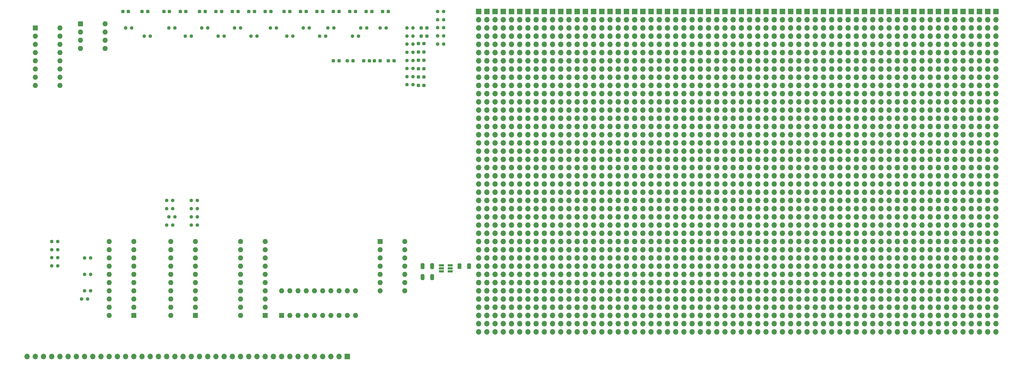
<source format=gbr>
%TF.GenerationSoftware,KiCad,Pcbnew,7.0.5*%
%TF.CreationDate,2024-08-11T23:03:57-04:00*%
%TF.ProjectId,card_for_74_series,63617264-5f66-46f7-925f-37345f736572,rev?*%
%TF.SameCoordinates,Original*%
%TF.FileFunction,Soldermask,Top*%
%TF.FilePolarity,Negative*%
%FSLAX46Y46*%
G04 Gerber Fmt 4.6, Leading zero omitted, Abs format (unit mm)*
G04 Created by KiCad (PCBNEW 7.0.5) date 2024-08-11 23:03:57*
%MOMM*%
%LPD*%
G01*
G04 APERTURE LIST*
G04 Aperture macros list*
%AMRoundRect*
0 Rectangle with rounded corners*
0 $1 Rounding radius*
0 $2 $3 $4 $5 $6 $7 $8 $9 X,Y pos of 4 corners*
0 Add a 4 corners polygon primitive as box body*
4,1,4,$2,$3,$4,$5,$6,$7,$8,$9,$2,$3,0*
0 Add four circle primitives for the rounded corners*
1,1,$1+$1,$2,$3*
1,1,$1+$1,$4,$5*
1,1,$1+$1,$6,$7*
1,1,$1+$1,$8,$9*
0 Add four rect primitives between the rounded corners*
20,1,$1+$1,$2,$3,$4,$5,0*
20,1,$1+$1,$4,$5,$6,$7,0*
20,1,$1+$1,$6,$7,$8,$9,0*
20,1,$1+$1,$8,$9,$2,$3,0*%
G04 Aperture macros list end*
%ADD10R,1.700000X1.700000*%
%ADD11O,1.700000X1.700000*%
%ADD12RoundRect,0.237500X-0.250000X-0.237500X0.250000X-0.237500X0.250000X0.237500X-0.250000X0.237500X0*%
%ADD13RoundRect,0.237500X-0.287500X-0.237500X0.287500X-0.237500X0.287500X0.237500X-0.287500X0.237500X0*%
%ADD14R,1.600000X1.600000*%
%ADD15O,1.600000X1.600000*%
%ADD16R,1.560000X0.650000*%
%ADD17RoundRect,0.250000X-0.325000X-0.650000X0.325000X-0.650000X0.325000X0.650000X-0.325000X0.650000X0*%
%ADD18RoundRect,0.250000X-0.312500X-0.625000X0.312500X-0.625000X0.312500X0.625000X-0.312500X0.625000X0*%
G04 APERTURE END LIST*
D10*
%TO.C,J65*%
X431800000Y-53340000D03*
D11*
X431800000Y-55880000D03*
X431800000Y-58420000D03*
X431800000Y-60960000D03*
X431800000Y-63500000D03*
X431800000Y-66040000D03*
X431800000Y-68580000D03*
X431800000Y-71120000D03*
X431800000Y-73660000D03*
X431800000Y-76200000D03*
X431800000Y-78740000D03*
X431800000Y-81280000D03*
X431800000Y-83820000D03*
X431800000Y-86360000D03*
X431800000Y-88900000D03*
X431800000Y-91440000D03*
X431800000Y-93980000D03*
X431800000Y-96520000D03*
X431800000Y-99060000D03*
X431800000Y-101600000D03*
X431800000Y-104140000D03*
X431800000Y-106680000D03*
X431800000Y-109220000D03*
X431800000Y-111760000D03*
X431800000Y-114300000D03*
X431800000Y-116840000D03*
X431800000Y-119380000D03*
X431800000Y-121920000D03*
X431800000Y-124460000D03*
X431800000Y-127000000D03*
X431800000Y-129540000D03*
X431800000Y-132080000D03*
X431800000Y-134620000D03*
X431800000Y-137160000D03*
X431800000Y-139700000D03*
X431800000Y-142240000D03*
X431800000Y-144780000D03*
X431800000Y-147320000D03*
X431800000Y-149860000D03*
X431800000Y-152400000D03*
%TD*%
D10*
%TO.C,J64*%
X429260000Y-53340000D03*
D11*
X429260000Y-55880000D03*
X429260000Y-58420000D03*
X429260000Y-60960000D03*
X429260000Y-63500000D03*
X429260000Y-66040000D03*
X429260000Y-68580000D03*
X429260000Y-71120000D03*
X429260000Y-73660000D03*
X429260000Y-76200000D03*
X429260000Y-78740000D03*
X429260000Y-81280000D03*
X429260000Y-83820000D03*
X429260000Y-86360000D03*
X429260000Y-88900000D03*
X429260000Y-91440000D03*
X429260000Y-93980000D03*
X429260000Y-96520000D03*
X429260000Y-99060000D03*
X429260000Y-101600000D03*
X429260000Y-104140000D03*
X429260000Y-106680000D03*
X429260000Y-109220000D03*
X429260000Y-111760000D03*
X429260000Y-114300000D03*
X429260000Y-116840000D03*
X429260000Y-119380000D03*
X429260000Y-121920000D03*
X429260000Y-124460000D03*
X429260000Y-127000000D03*
X429260000Y-129540000D03*
X429260000Y-132080000D03*
X429260000Y-134620000D03*
X429260000Y-137160000D03*
X429260000Y-139700000D03*
X429260000Y-142240000D03*
X429260000Y-144780000D03*
X429260000Y-147320000D03*
X429260000Y-149860000D03*
X429260000Y-152400000D03*
%TD*%
D10*
%TO.C,J63*%
X426720000Y-53340000D03*
D11*
X426720000Y-55880000D03*
X426720000Y-58420000D03*
X426720000Y-60960000D03*
X426720000Y-63500000D03*
X426720000Y-66040000D03*
X426720000Y-68580000D03*
X426720000Y-71120000D03*
X426720000Y-73660000D03*
X426720000Y-76200000D03*
X426720000Y-78740000D03*
X426720000Y-81280000D03*
X426720000Y-83820000D03*
X426720000Y-86360000D03*
X426720000Y-88900000D03*
X426720000Y-91440000D03*
X426720000Y-93980000D03*
X426720000Y-96520000D03*
X426720000Y-99060000D03*
X426720000Y-101600000D03*
X426720000Y-104140000D03*
X426720000Y-106680000D03*
X426720000Y-109220000D03*
X426720000Y-111760000D03*
X426720000Y-114300000D03*
X426720000Y-116840000D03*
X426720000Y-119380000D03*
X426720000Y-121920000D03*
X426720000Y-124460000D03*
X426720000Y-127000000D03*
X426720000Y-129540000D03*
X426720000Y-132080000D03*
X426720000Y-134620000D03*
X426720000Y-137160000D03*
X426720000Y-139700000D03*
X426720000Y-142240000D03*
X426720000Y-144780000D03*
X426720000Y-147320000D03*
X426720000Y-149860000D03*
X426720000Y-152400000D03*
%TD*%
D10*
%TO.C,J62*%
X424180000Y-53340000D03*
D11*
X424180000Y-55880000D03*
X424180000Y-58420000D03*
X424180000Y-60960000D03*
X424180000Y-63500000D03*
X424180000Y-66040000D03*
X424180000Y-68580000D03*
X424180000Y-71120000D03*
X424180000Y-73660000D03*
X424180000Y-76200000D03*
X424180000Y-78740000D03*
X424180000Y-81280000D03*
X424180000Y-83820000D03*
X424180000Y-86360000D03*
X424180000Y-88900000D03*
X424180000Y-91440000D03*
X424180000Y-93980000D03*
X424180000Y-96520000D03*
X424180000Y-99060000D03*
X424180000Y-101600000D03*
X424180000Y-104140000D03*
X424180000Y-106680000D03*
X424180000Y-109220000D03*
X424180000Y-111760000D03*
X424180000Y-114300000D03*
X424180000Y-116840000D03*
X424180000Y-119380000D03*
X424180000Y-121920000D03*
X424180000Y-124460000D03*
X424180000Y-127000000D03*
X424180000Y-129540000D03*
X424180000Y-132080000D03*
X424180000Y-134620000D03*
X424180000Y-137160000D03*
X424180000Y-139700000D03*
X424180000Y-142240000D03*
X424180000Y-144780000D03*
X424180000Y-147320000D03*
X424180000Y-149860000D03*
X424180000Y-152400000D03*
%TD*%
D10*
%TO.C,J61*%
X421640000Y-53340000D03*
D11*
X421640000Y-55880000D03*
X421640000Y-58420000D03*
X421640000Y-60960000D03*
X421640000Y-63500000D03*
X421640000Y-66040000D03*
X421640000Y-68580000D03*
X421640000Y-71120000D03*
X421640000Y-73660000D03*
X421640000Y-76200000D03*
X421640000Y-78740000D03*
X421640000Y-81280000D03*
X421640000Y-83820000D03*
X421640000Y-86360000D03*
X421640000Y-88900000D03*
X421640000Y-91440000D03*
X421640000Y-93980000D03*
X421640000Y-96520000D03*
X421640000Y-99060000D03*
X421640000Y-101600000D03*
X421640000Y-104140000D03*
X421640000Y-106680000D03*
X421640000Y-109220000D03*
X421640000Y-111760000D03*
X421640000Y-114300000D03*
X421640000Y-116840000D03*
X421640000Y-119380000D03*
X421640000Y-121920000D03*
X421640000Y-124460000D03*
X421640000Y-127000000D03*
X421640000Y-129540000D03*
X421640000Y-132080000D03*
X421640000Y-134620000D03*
X421640000Y-137160000D03*
X421640000Y-139700000D03*
X421640000Y-142240000D03*
X421640000Y-144780000D03*
X421640000Y-147320000D03*
X421640000Y-149860000D03*
X421640000Y-152400000D03*
%TD*%
D10*
%TO.C,J60*%
X419100000Y-53340000D03*
D11*
X419100000Y-55880000D03*
X419100000Y-58420000D03*
X419100000Y-60960000D03*
X419100000Y-63500000D03*
X419100000Y-66040000D03*
X419100000Y-68580000D03*
X419100000Y-71120000D03*
X419100000Y-73660000D03*
X419100000Y-76200000D03*
X419100000Y-78740000D03*
X419100000Y-81280000D03*
X419100000Y-83820000D03*
X419100000Y-86360000D03*
X419100000Y-88900000D03*
X419100000Y-91440000D03*
X419100000Y-93980000D03*
X419100000Y-96520000D03*
X419100000Y-99060000D03*
X419100000Y-101600000D03*
X419100000Y-104140000D03*
X419100000Y-106680000D03*
X419100000Y-109220000D03*
X419100000Y-111760000D03*
X419100000Y-114300000D03*
X419100000Y-116840000D03*
X419100000Y-119380000D03*
X419100000Y-121920000D03*
X419100000Y-124460000D03*
X419100000Y-127000000D03*
X419100000Y-129540000D03*
X419100000Y-132080000D03*
X419100000Y-134620000D03*
X419100000Y-137160000D03*
X419100000Y-139700000D03*
X419100000Y-142240000D03*
X419100000Y-144780000D03*
X419100000Y-147320000D03*
X419100000Y-149860000D03*
X419100000Y-152400000D03*
%TD*%
D10*
%TO.C,J59*%
X416560000Y-53340000D03*
D11*
X416560000Y-55880000D03*
X416560000Y-58420000D03*
X416560000Y-60960000D03*
X416560000Y-63500000D03*
X416560000Y-66040000D03*
X416560000Y-68580000D03*
X416560000Y-71120000D03*
X416560000Y-73660000D03*
X416560000Y-76200000D03*
X416560000Y-78740000D03*
X416560000Y-81280000D03*
X416560000Y-83820000D03*
X416560000Y-86360000D03*
X416560000Y-88900000D03*
X416560000Y-91440000D03*
X416560000Y-93980000D03*
X416560000Y-96520000D03*
X416560000Y-99060000D03*
X416560000Y-101600000D03*
X416560000Y-104140000D03*
X416560000Y-106680000D03*
X416560000Y-109220000D03*
X416560000Y-111760000D03*
X416560000Y-114300000D03*
X416560000Y-116840000D03*
X416560000Y-119380000D03*
X416560000Y-121920000D03*
X416560000Y-124460000D03*
X416560000Y-127000000D03*
X416560000Y-129540000D03*
X416560000Y-132080000D03*
X416560000Y-134620000D03*
X416560000Y-137160000D03*
X416560000Y-139700000D03*
X416560000Y-142240000D03*
X416560000Y-144780000D03*
X416560000Y-147320000D03*
X416560000Y-149860000D03*
X416560000Y-152400000D03*
%TD*%
D10*
%TO.C,J58*%
X414020000Y-53340000D03*
D11*
X414020000Y-55880000D03*
X414020000Y-58420000D03*
X414020000Y-60960000D03*
X414020000Y-63500000D03*
X414020000Y-66040000D03*
X414020000Y-68580000D03*
X414020000Y-71120000D03*
X414020000Y-73660000D03*
X414020000Y-76200000D03*
X414020000Y-78740000D03*
X414020000Y-81280000D03*
X414020000Y-83820000D03*
X414020000Y-86360000D03*
X414020000Y-88900000D03*
X414020000Y-91440000D03*
X414020000Y-93980000D03*
X414020000Y-96520000D03*
X414020000Y-99060000D03*
X414020000Y-101600000D03*
X414020000Y-104140000D03*
X414020000Y-106680000D03*
X414020000Y-109220000D03*
X414020000Y-111760000D03*
X414020000Y-114300000D03*
X414020000Y-116840000D03*
X414020000Y-119380000D03*
X414020000Y-121920000D03*
X414020000Y-124460000D03*
X414020000Y-127000000D03*
X414020000Y-129540000D03*
X414020000Y-132080000D03*
X414020000Y-134620000D03*
X414020000Y-137160000D03*
X414020000Y-139700000D03*
X414020000Y-142240000D03*
X414020000Y-144780000D03*
X414020000Y-147320000D03*
X414020000Y-149860000D03*
X414020000Y-152400000D03*
%TD*%
D10*
%TO.C,J57*%
X411480000Y-53340000D03*
D11*
X411480000Y-55880000D03*
X411480000Y-58420000D03*
X411480000Y-60960000D03*
X411480000Y-63500000D03*
X411480000Y-66040000D03*
X411480000Y-68580000D03*
X411480000Y-71120000D03*
X411480000Y-73660000D03*
X411480000Y-76200000D03*
X411480000Y-78740000D03*
X411480000Y-81280000D03*
X411480000Y-83820000D03*
X411480000Y-86360000D03*
X411480000Y-88900000D03*
X411480000Y-91440000D03*
X411480000Y-93980000D03*
X411480000Y-96520000D03*
X411480000Y-99060000D03*
X411480000Y-101600000D03*
X411480000Y-104140000D03*
X411480000Y-106680000D03*
X411480000Y-109220000D03*
X411480000Y-111760000D03*
X411480000Y-114300000D03*
X411480000Y-116840000D03*
X411480000Y-119380000D03*
X411480000Y-121920000D03*
X411480000Y-124460000D03*
X411480000Y-127000000D03*
X411480000Y-129540000D03*
X411480000Y-132080000D03*
X411480000Y-134620000D03*
X411480000Y-137160000D03*
X411480000Y-139700000D03*
X411480000Y-142240000D03*
X411480000Y-144780000D03*
X411480000Y-147320000D03*
X411480000Y-149860000D03*
X411480000Y-152400000D03*
%TD*%
D10*
%TO.C,J56*%
X408940000Y-53340000D03*
D11*
X408940000Y-55880000D03*
X408940000Y-58420000D03*
X408940000Y-60960000D03*
X408940000Y-63500000D03*
X408940000Y-66040000D03*
X408940000Y-68580000D03*
X408940000Y-71120000D03*
X408940000Y-73660000D03*
X408940000Y-76200000D03*
X408940000Y-78740000D03*
X408940000Y-81280000D03*
X408940000Y-83820000D03*
X408940000Y-86360000D03*
X408940000Y-88900000D03*
X408940000Y-91440000D03*
X408940000Y-93980000D03*
X408940000Y-96520000D03*
X408940000Y-99060000D03*
X408940000Y-101600000D03*
X408940000Y-104140000D03*
X408940000Y-106680000D03*
X408940000Y-109220000D03*
X408940000Y-111760000D03*
X408940000Y-114300000D03*
X408940000Y-116840000D03*
X408940000Y-119380000D03*
X408940000Y-121920000D03*
X408940000Y-124460000D03*
X408940000Y-127000000D03*
X408940000Y-129540000D03*
X408940000Y-132080000D03*
X408940000Y-134620000D03*
X408940000Y-137160000D03*
X408940000Y-139700000D03*
X408940000Y-142240000D03*
X408940000Y-144780000D03*
X408940000Y-147320000D03*
X408940000Y-149860000D03*
X408940000Y-152400000D03*
%TD*%
D10*
%TO.C,J55*%
X406400000Y-53340000D03*
D11*
X406400000Y-55880000D03*
X406400000Y-58420000D03*
X406400000Y-60960000D03*
X406400000Y-63500000D03*
X406400000Y-66040000D03*
X406400000Y-68580000D03*
X406400000Y-71120000D03*
X406400000Y-73660000D03*
X406400000Y-76200000D03*
X406400000Y-78740000D03*
X406400000Y-81280000D03*
X406400000Y-83820000D03*
X406400000Y-86360000D03*
X406400000Y-88900000D03*
X406400000Y-91440000D03*
X406400000Y-93980000D03*
X406400000Y-96520000D03*
X406400000Y-99060000D03*
X406400000Y-101600000D03*
X406400000Y-104140000D03*
X406400000Y-106680000D03*
X406400000Y-109220000D03*
X406400000Y-111760000D03*
X406400000Y-114300000D03*
X406400000Y-116840000D03*
X406400000Y-119380000D03*
X406400000Y-121920000D03*
X406400000Y-124460000D03*
X406400000Y-127000000D03*
X406400000Y-129540000D03*
X406400000Y-132080000D03*
X406400000Y-134620000D03*
X406400000Y-137160000D03*
X406400000Y-139700000D03*
X406400000Y-142240000D03*
X406400000Y-144780000D03*
X406400000Y-147320000D03*
X406400000Y-149860000D03*
X406400000Y-152400000D03*
%TD*%
D10*
%TO.C,J54*%
X403860000Y-53340000D03*
D11*
X403860000Y-55880000D03*
X403860000Y-58420000D03*
X403860000Y-60960000D03*
X403860000Y-63500000D03*
X403860000Y-66040000D03*
X403860000Y-68580000D03*
X403860000Y-71120000D03*
X403860000Y-73660000D03*
X403860000Y-76200000D03*
X403860000Y-78740000D03*
X403860000Y-81280000D03*
X403860000Y-83820000D03*
X403860000Y-86360000D03*
X403860000Y-88900000D03*
X403860000Y-91440000D03*
X403860000Y-93980000D03*
X403860000Y-96520000D03*
X403860000Y-99060000D03*
X403860000Y-101600000D03*
X403860000Y-104140000D03*
X403860000Y-106680000D03*
X403860000Y-109220000D03*
X403860000Y-111760000D03*
X403860000Y-114300000D03*
X403860000Y-116840000D03*
X403860000Y-119380000D03*
X403860000Y-121920000D03*
X403860000Y-124460000D03*
X403860000Y-127000000D03*
X403860000Y-129540000D03*
X403860000Y-132080000D03*
X403860000Y-134620000D03*
X403860000Y-137160000D03*
X403860000Y-139700000D03*
X403860000Y-142240000D03*
X403860000Y-144780000D03*
X403860000Y-147320000D03*
X403860000Y-149860000D03*
X403860000Y-152400000D03*
%TD*%
D10*
%TO.C,J53*%
X401320000Y-53340000D03*
D11*
X401320000Y-55880000D03*
X401320000Y-58420000D03*
X401320000Y-60960000D03*
X401320000Y-63500000D03*
X401320000Y-66040000D03*
X401320000Y-68580000D03*
X401320000Y-71120000D03*
X401320000Y-73660000D03*
X401320000Y-76200000D03*
X401320000Y-78740000D03*
X401320000Y-81280000D03*
X401320000Y-83820000D03*
X401320000Y-86360000D03*
X401320000Y-88900000D03*
X401320000Y-91440000D03*
X401320000Y-93980000D03*
X401320000Y-96520000D03*
X401320000Y-99060000D03*
X401320000Y-101600000D03*
X401320000Y-104140000D03*
X401320000Y-106680000D03*
X401320000Y-109220000D03*
X401320000Y-111760000D03*
X401320000Y-114300000D03*
X401320000Y-116840000D03*
X401320000Y-119380000D03*
X401320000Y-121920000D03*
X401320000Y-124460000D03*
X401320000Y-127000000D03*
X401320000Y-129540000D03*
X401320000Y-132080000D03*
X401320000Y-134620000D03*
X401320000Y-137160000D03*
X401320000Y-139700000D03*
X401320000Y-142240000D03*
X401320000Y-144780000D03*
X401320000Y-147320000D03*
X401320000Y-149860000D03*
X401320000Y-152400000D03*
%TD*%
D10*
%TO.C,J52*%
X398780000Y-53340000D03*
D11*
X398780000Y-55880000D03*
X398780000Y-58420000D03*
X398780000Y-60960000D03*
X398780000Y-63500000D03*
X398780000Y-66040000D03*
X398780000Y-68580000D03*
X398780000Y-71120000D03*
X398780000Y-73660000D03*
X398780000Y-76200000D03*
X398780000Y-78740000D03*
X398780000Y-81280000D03*
X398780000Y-83820000D03*
X398780000Y-86360000D03*
X398780000Y-88900000D03*
X398780000Y-91440000D03*
X398780000Y-93980000D03*
X398780000Y-96520000D03*
X398780000Y-99060000D03*
X398780000Y-101600000D03*
X398780000Y-104140000D03*
X398780000Y-106680000D03*
X398780000Y-109220000D03*
X398780000Y-111760000D03*
X398780000Y-114300000D03*
X398780000Y-116840000D03*
X398780000Y-119380000D03*
X398780000Y-121920000D03*
X398780000Y-124460000D03*
X398780000Y-127000000D03*
X398780000Y-129540000D03*
X398780000Y-132080000D03*
X398780000Y-134620000D03*
X398780000Y-137160000D03*
X398780000Y-139700000D03*
X398780000Y-142240000D03*
X398780000Y-144780000D03*
X398780000Y-147320000D03*
X398780000Y-149860000D03*
X398780000Y-152400000D03*
%TD*%
D10*
%TO.C,J51*%
X396240000Y-53340000D03*
D11*
X396240000Y-55880000D03*
X396240000Y-58420000D03*
X396240000Y-60960000D03*
X396240000Y-63500000D03*
X396240000Y-66040000D03*
X396240000Y-68580000D03*
X396240000Y-71120000D03*
X396240000Y-73660000D03*
X396240000Y-76200000D03*
X396240000Y-78740000D03*
X396240000Y-81280000D03*
X396240000Y-83820000D03*
X396240000Y-86360000D03*
X396240000Y-88900000D03*
X396240000Y-91440000D03*
X396240000Y-93980000D03*
X396240000Y-96520000D03*
X396240000Y-99060000D03*
X396240000Y-101600000D03*
X396240000Y-104140000D03*
X396240000Y-106680000D03*
X396240000Y-109220000D03*
X396240000Y-111760000D03*
X396240000Y-114300000D03*
X396240000Y-116840000D03*
X396240000Y-119380000D03*
X396240000Y-121920000D03*
X396240000Y-124460000D03*
X396240000Y-127000000D03*
X396240000Y-129540000D03*
X396240000Y-132080000D03*
X396240000Y-134620000D03*
X396240000Y-137160000D03*
X396240000Y-139700000D03*
X396240000Y-142240000D03*
X396240000Y-144780000D03*
X396240000Y-147320000D03*
X396240000Y-149860000D03*
X396240000Y-152400000D03*
%TD*%
D10*
%TO.C,J50*%
X393700000Y-53340000D03*
D11*
X393700000Y-55880000D03*
X393700000Y-58420000D03*
X393700000Y-60960000D03*
X393700000Y-63500000D03*
X393700000Y-66040000D03*
X393700000Y-68580000D03*
X393700000Y-71120000D03*
X393700000Y-73660000D03*
X393700000Y-76200000D03*
X393700000Y-78740000D03*
X393700000Y-81280000D03*
X393700000Y-83820000D03*
X393700000Y-86360000D03*
X393700000Y-88900000D03*
X393700000Y-91440000D03*
X393700000Y-93980000D03*
X393700000Y-96520000D03*
X393700000Y-99060000D03*
X393700000Y-101600000D03*
X393700000Y-104140000D03*
X393700000Y-106680000D03*
X393700000Y-109220000D03*
X393700000Y-111760000D03*
X393700000Y-114300000D03*
X393700000Y-116840000D03*
X393700000Y-119380000D03*
X393700000Y-121920000D03*
X393700000Y-124460000D03*
X393700000Y-127000000D03*
X393700000Y-129540000D03*
X393700000Y-132080000D03*
X393700000Y-134620000D03*
X393700000Y-137160000D03*
X393700000Y-139700000D03*
X393700000Y-142240000D03*
X393700000Y-144780000D03*
X393700000Y-147320000D03*
X393700000Y-149860000D03*
X393700000Y-152400000D03*
%TD*%
D10*
%TO.C,J49*%
X391160000Y-53340000D03*
D11*
X391160000Y-55880000D03*
X391160000Y-58420000D03*
X391160000Y-60960000D03*
X391160000Y-63500000D03*
X391160000Y-66040000D03*
X391160000Y-68580000D03*
X391160000Y-71120000D03*
X391160000Y-73660000D03*
X391160000Y-76200000D03*
X391160000Y-78740000D03*
X391160000Y-81280000D03*
X391160000Y-83820000D03*
X391160000Y-86360000D03*
X391160000Y-88900000D03*
X391160000Y-91440000D03*
X391160000Y-93980000D03*
X391160000Y-96520000D03*
X391160000Y-99060000D03*
X391160000Y-101600000D03*
X391160000Y-104140000D03*
X391160000Y-106680000D03*
X391160000Y-109220000D03*
X391160000Y-111760000D03*
X391160000Y-114300000D03*
X391160000Y-116840000D03*
X391160000Y-119380000D03*
X391160000Y-121920000D03*
X391160000Y-124460000D03*
X391160000Y-127000000D03*
X391160000Y-129540000D03*
X391160000Y-132080000D03*
X391160000Y-134620000D03*
X391160000Y-137160000D03*
X391160000Y-139700000D03*
X391160000Y-142240000D03*
X391160000Y-144780000D03*
X391160000Y-147320000D03*
X391160000Y-149860000D03*
X391160000Y-152400000D03*
%TD*%
D10*
%TO.C,J48*%
X388620000Y-53340000D03*
D11*
X388620000Y-55880000D03*
X388620000Y-58420000D03*
X388620000Y-60960000D03*
X388620000Y-63500000D03*
X388620000Y-66040000D03*
X388620000Y-68580000D03*
X388620000Y-71120000D03*
X388620000Y-73660000D03*
X388620000Y-76200000D03*
X388620000Y-78740000D03*
X388620000Y-81280000D03*
X388620000Y-83820000D03*
X388620000Y-86360000D03*
X388620000Y-88900000D03*
X388620000Y-91440000D03*
X388620000Y-93980000D03*
X388620000Y-96520000D03*
X388620000Y-99060000D03*
X388620000Y-101600000D03*
X388620000Y-104140000D03*
X388620000Y-106680000D03*
X388620000Y-109220000D03*
X388620000Y-111760000D03*
X388620000Y-114300000D03*
X388620000Y-116840000D03*
X388620000Y-119380000D03*
X388620000Y-121920000D03*
X388620000Y-124460000D03*
X388620000Y-127000000D03*
X388620000Y-129540000D03*
X388620000Y-132080000D03*
X388620000Y-134620000D03*
X388620000Y-137160000D03*
X388620000Y-139700000D03*
X388620000Y-142240000D03*
X388620000Y-144780000D03*
X388620000Y-147320000D03*
X388620000Y-149860000D03*
X388620000Y-152400000D03*
%TD*%
D10*
%TO.C,J47*%
X386080000Y-53340000D03*
D11*
X386080000Y-55880000D03*
X386080000Y-58420000D03*
X386080000Y-60960000D03*
X386080000Y-63500000D03*
X386080000Y-66040000D03*
X386080000Y-68580000D03*
X386080000Y-71120000D03*
X386080000Y-73660000D03*
X386080000Y-76200000D03*
X386080000Y-78740000D03*
X386080000Y-81280000D03*
X386080000Y-83820000D03*
X386080000Y-86360000D03*
X386080000Y-88900000D03*
X386080000Y-91440000D03*
X386080000Y-93980000D03*
X386080000Y-96520000D03*
X386080000Y-99060000D03*
X386080000Y-101600000D03*
X386080000Y-104140000D03*
X386080000Y-106680000D03*
X386080000Y-109220000D03*
X386080000Y-111760000D03*
X386080000Y-114300000D03*
X386080000Y-116840000D03*
X386080000Y-119380000D03*
X386080000Y-121920000D03*
X386080000Y-124460000D03*
X386080000Y-127000000D03*
X386080000Y-129540000D03*
X386080000Y-132080000D03*
X386080000Y-134620000D03*
X386080000Y-137160000D03*
X386080000Y-139700000D03*
X386080000Y-142240000D03*
X386080000Y-144780000D03*
X386080000Y-147320000D03*
X386080000Y-149860000D03*
X386080000Y-152400000D03*
%TD*%
D10*
%TO.C,J46*%
X383540000Y-53340000D03*
D11*
X383540000Y-55880000D03*
X383540000Y-58420000D03*
X383540000Y-60960000D03*
X383540000Y-63500000D03*
X383540000Y-66040000D03*
X383540000Y-68580000D03*
X383540000Y-71120000D03*
X383540000Y-73660000D03*
X383540000Y-76200000D03*
X383540000Y-78740000D03*
X383540000Y-81280000D03*
X383540000Y-83820000D03*
X383540000Y-86360000D03*
X383540000Y-88900000D03*
X383540000Y-91440000D03*
X383540000Y-93980000D03*
X383540000Y-96520000D03*
X383540000Y-99060000D03*
X383540000Y-101600000D03*
X383540000Y-104140000D03*
X383540000Y-106680000D03*
X383540000Y-109220000D03*
X383540000Y-111760000D03*
X383540000Y-114300000D03*
X383540000Y-116840000D03*
X383540000Y-119380000D03*
X383540000Y-121920000D03*
X383540000Y-124460000D03*
X383540000Y-127000000D03*
X383540000Y-129540000D03*
X383540000Y-132080000D03*
X383540000Y-134620000D03*
X383540000Y-137160000D03*
X383540000Y-139700000D03*
X383540000Y-142240000D03*
X383540000Y-144780000D03*
X383540000Y-147320000D03*
X383540000Y-149860000D03*
X383540000Y-152400000D03*
%TD*%
D10*
%TO.C,J45*%
X381000000Y-53340000D03*
D11*
X381000000Y-55880000D03*
X381000000Y-58420000D03*
X381000000Y-60960000D03*
X381000000Y-63500000D03*
X381000000Y-66040000D03*
X381000000Y-68580000D03*
X381000000Y-71120000D03*
X381000000Y-73660000D03*
X381000000Y-76200000D03*
X381000000Y-78740000D03*
X381000000Y-81280000D03*
X381000000Y-83820000D03*
X381000000Y-86360000D03*
X381000000Y-88900000D03*
X381000000Y-91440000D03*
X381000000Y-93980000D03*
X381000000Y-96520000D03*
X381000000Y-99060000D03*
X381000000Y-101600000D03*
X381000000Y-104140000D03*
X381000000Y-106680000D03*
X381000000Y-109220000D03*
X381000000Y-111760000D03*
X381000000Y-114300000D03*
X381000000Y-116840000D03*
X381000000Y-119380000D03*
X381000000Y-121920000D03*
X381000000Y-124460000D03*
X381000000Y-127000000D03*
X381000000Y-129540000D03*
X381000000Y-132080000D03*
X381000000Y-134620000D03*
X381000000Y-137160000D03*
X381000000Y-139700000D03*
X381000000Y-142240000D03*
X381000000Y-144780000D03*
X381000000Y-147320000D03*
X381000000Y-149860000D03*
X381000000Y-152400000D03*
%TD*%
D10*
%TO.C,J44*%
X378460000Y-53340000D03*
D11*
X378460000Y-55880000D03*
X378460000Y-58420000D03*
X378460000Y-60960000D03*
X378460000Y-63500000D03*
X378460000Y-66040000D03*
X378460000Y-68580000D03*
X378460000Y-71120000D03*
X378460000Y-73660000D03*
X378460000Y-76200000D03*
X378460000Y-78740000D03*
X378460000Y-81280000D03*
X378460000Y-83820000D03*
X378460000Y-86360000D03*
X378460000Y-88900000D03*
X378460000Y-91440000D03*
X378460000Y-93980000D03*
X378460000Y-96520000D03*
X378460000Y-99060000D03*
X378460000Y-101600000D03*
X378460000Y-104140000D03*
X378460000Y-106680000D03*
X378460000Y-109220000D03*
X378460000Y-111760000D03*
X378460000Y-114300000D03*
X378460000Y-116840000D03*
X378460000Y-119380000D03*
X378460000Y-121920000D03*
X378460000Y-124460000D03*
X378460000Y-127000000D03*
X378460000Y-129540000D03*
X378460000Y-132080000D03*
X378460000Y-134620000D03*
X378460000Y-137160000D03*
X378460000Y-139700000D03*
X378460000Y-142240000D03*
X378460000Y-144780000D03*
X378460000Y-147320000D03*
X378460000Y-149860000D03*
X378460000Y-152400000D03*
%TD*%
D10*
%TO.C,J43*%
X375920000Y-53340000D03*
D11*
X375920000Y-55880000D03*
X375920000Y-58420000D03*
X375920000Y-60960000D03*
X375920000Y-63500000D03*
X375920000Y-66040000D03*
X375920000Y-68580000D03*
X375920000Y-71120000D03*
X375920000Y-73660000D03*
X375920000Y-76200000D03*
X375920000Y-78740000D03*
X375920000Y-81280000D03*
X375920000Y-83820000D03*
X375920000Y-86360000D03*
X375920000Y-88900000D03*
X375920000Y-91440000D03*
X375920000Y-93980000D03*
X375920000Y-96520000D03*
X375920000Y-99060000D03*
X375920000Y-101600000D03*
X375920000Y-104140000D03*
X375920000Y-106680000D03*
X375920000Y-109220000D03*
X375920000Y-111760000D03*
X375920000Y-114300000D03*
X375920000Y-116840000D03*
X375920000Y-119380000D03*
X375920000Y-121920000D03*
X375920000Y-124460000D03*
X375920000Y-127000000D03*
X375920000Y-129540000D03*
X375920000Y-132080000D03*
X375920000Y-134620000D03*
X375920000Y-137160000D03*
X375920000Y-139700000D03*
X375920000Y-142240000D03*
X375920000Y-144780000D03*
X375920000Y-147320000D03*
X375920000Y-149860000D03*
X375920000Y-152400000D03*
%TD*%
D10*
%TO.C,J42*%
X373380000Y-53340000D03*
D11*
X373380000Y-55880000D03*
X373380000Y-58420000D03*
X373380000Y-60960000D03*
X373380000Y-63500000D03*
X373380000Y-66040000D03*
X373380000Y-68580000D03*
X373380000Y-71120000D03*
X373380000Y-73660000D03*
X373380000Y-76200000D03*
X373380000Y-78740000D03*
X373380000Y-81280000D03*
X373380000Y-83820000D03*
X373380000Y-86360000D03*
X373380000Y-88900000D03*
X373380000Y-91440000D03*
X373380000Y-93980000D03*
X373380000Y-96520000D03*
X373380000Y-99060000D03*
X373380000Y-101600000D03*
X373380000Y-104140000D03*
X373380000Y-106680000D03*
X373380000Y-109220000D03*
X373380000Y-111760000D03*
X373380000Y-114300000D03*
X373380000Y-116840000D03*
X373380000Y-119380000D03*
X373380000Y-121920000D03*
X373380000Y-124460000D03*
X373380000Y-127000000D03*
X373380000Y-129540000D03*
X373380000Y-132080000D03*
X373380000Y-134620000D03*
X373380000Y-137160000D03*
X373380000Y-139700000D03*
X373380000Y-142240000D03*
X373380000Y-144780000D03*
X373380000Y-147320000D03*
X373380000Y-149860000D03*
X373380000Y-152400000D03*
%TD*%
D10*
%TO.C,J41*%
X370840000Y-53340000D03*
D11*
X370840000Y-55880000D03*
X370840000Y-58420000D03*
X370840000Y-60960000D03*
X370840000Y-63500000D03*
X370840000Y-66040000D03*
X370840000Y-68580000D03*
X370840000Y-71120000D03*
X370840000Y-73660000D03*
X370840000Y-76200000D03*
X370840000Y-78740000D03*
X370840000Y-81280000D03*
X370840000Y-83820000D03*
X370840000Y-86360000D03*
X370840000Y-88900000D03*
X370840000Y-91440000D03*
X370840000Y-93980000D03*
X370840000Y-96520000D03*
X370840000Y-99060000D03*
X370840000Y-101600000D03*
X370840000Y-104140000D03*
X370840000Y-106680000D03*
X370840000Y-109220000D03*
X370840000Y-111760000D03*
X370840000Y-114300000D03*
X370840000Y-116840000D03*
X370840000Y-119380000D03*
X370840000Y-121920000D03*
X370840000Y-124460000D03*
X370840000Y-127000000D03*
X370840000Y-129540000D03*
X370840000Y-132080000D03*
X370840000Y-134620000D03*
X370840000Y-137160000D03*
X370840000Y-139700000D03*
X370840000Y-142240000D03*
X370840000Y-144780000D03*
X370840000Y-147320000D03*
X370840000Y-149860000D03*
X370840000Y-152400000D03*
%TD*%
D10*
%TO.C,J40*%
X368300000Y-53340000D03*
D11*
X368300000Y-55880000D03*
X368300000Y-58420000D03*
X368300000Y-60960000D03*
X368300000Y-63500000D03*
X368300000Y-66040000D03*
X368300000Y-68580000D03*
X368300000Y-71120000D03*
X368300000Y-73660000D03*
X368300000Y-76200000D03*
X368300000Y-78740000D03*
X368300000Y-81280000D03*
X368300000Y-83820000D03*
X368300000Y-86360000D03*
X368300000Y-88900000D03*
X368300000Y-91440000D03*
X368300000Y-93980000D03*
X368300000Y-96520000D03*
X368300000Y-99060000D03*
X368300000Y-101600000D03*
X368300000Y-104140000D03*
X368300000Y-106680000D03*
X368300000Y-109220000D03*
X368300000Y-111760000D03*
X368300000Y-114300000D03*
X368300000Y-116840000D03*
X368300000Y-119380000D03*
X368300000Y-121920000D03*
X368300000Y-124460000D03*
X368300000Y-127000000D03*
X368300000Y-129540000D03*
X368300000Y-132080000D03*
X368300000Y-134620000D03*
X368300000Y-137160000D03*
X368300000Y-139700000D03*
X368300000Y-142240000D03*
X368300000Y-144780000D03*
X368300000Y-147320000D03*
X368300000Y-149860000D03*
X368300000Y-152400000D03*
%TD*%
D10*
%TO.C,J39*%
X365760000Y-53340000D03*
D11*
X365760000Y-55880000D03*
X365760000Y-58420000D03*
X365760000Y-60960000D03*
X365760000Y-63500000D03*
X365760000Y-66040000D03*
X365760000Y-68580000D03*
X365760000Y-71120000D03*
X365760000Y-73660000D03*
X365760000Y-76200000D03*
X365760000Y-78740000D03*
X365760000Y-81280000D03*
X365760000Y-83820000D03*
X365760000Y-86360000D03*
X365760000Y-88900000D03*
X365760000Y-91440000D03*
X365760000Y-93980000D03*
X365760000Y-96520000D03*
X365760000Y-99060000D03*
X365760000Y-101600000D03*
X365760000Y-104140000D03*
X365760000Y-106680000D03*
X365760000Y-109220000D03*
X365760000Y-111760000D03*
X365760000Y-114300000D03*
X365760000Y-116840000D03*
X365760000Y-119380000D03*
X365760000Y-121920000D03*
X365760000Y-124460000D03*
X365760000Y-127000000D03*
X365760000Y-129540000D03*
X365760000Y-132080000D03*
X365760000Y-134620000D03*
X365760000Y-137160000D03*
X365760000Y-139700000D03*
X365760000Y-142240000D03*
X365760000Y-144780000D03*
X365760000Y-147320000D03*
X365760000Y-149860000D03*
X365760000Y-152400000D03*
%TD*%
D10*
%TO.C,J38*%
X363220000Y-53340000D03*
D11*
X363220000Y-55880000D03*
X363220000Y-58420000D03*
X363220000Y-60960000D03*
X363220000Y-63500000D03*
X363220000Y-66040000D03*
X363220000Y-68580000D03*
X363220000Y-71120000D03*
X363220000Y-73660000D03*
X363220000Y-76200000D03*
X363220000Y-78740000D03*
X363220000Y-81280000D03*
X363220000Y-83820000D03*
X363220000Y-86360000D03*
X363220000Y-88900000D03*
X363220000Y-91440000D03*
X363220000Y-93980000D03*
X363220000Y-96520000D03*
X363220000Y-99060000D03*
X363220000Y-101600000D03*
X363220000Y-104140000D03*
X363220000Y-106680000D03*
X363220000Y-109220000D03*
X363220000Y-111760000D03*
X363220000Y-114300000D03*
X363220000Y-116840000D03*
X363220000Y-119380000D03*
X363220000Y-121920000D03*
X363220000Y-124460000D03*
X363220000Y-127000000D03*
X363220000Y-129540000D03*
X363220000Y-132080000D03*
X363220000Y-134620000D03*
X363220000Y-137160000D03*
X363220000Y-139700000D03*
X363220000Y-142240000D03*
X363220000Y-144780000D03*
X363220000Y-147320000D03*
X363220000Y-149860000D03*
X363220000Y-152400000D03*
%TD*%
D10*
%TO.C,J37*%
X360680000Y-53340000D03*
D11*
X360680000Y-55880000D03*
X360680000Y-58420000D03*
X360680000Y-60960000D03*
X360680000Y-63500000D03*
X360680000Y-66040000D03*
X360680000Y-68580000D03*
X360680000Y-71120000D03*
X360680000Y-73660000D03*
X360680000Y-76200000D03*
X360680000Y-78740000D03*
X360680000Y-81280000D03*
X360680000Y-83820000D03*
X360680000Y-86360000D03*
X360680000Y-88900000D03*
X360680000Y-91440000D03*
X360680000Y-93980000D03*
X360680000Y-96520000D03*
X360680000Y-99060000D03*
X360680000Y-101600000D03*
X360680000Y-104140000D03*
X360680000Y-106680000D03*
X360680000Y-109220000D03*
X360680000Y-111760000D03*
X360680000Y-114300000D03*
X360680000Y-116840000D03*
X360680000Y-119380000D03*
X360680000Y-121920000D03*
X360680000Y-124460000D03*
X360680000Y-127000000D03*
X360680000Y-129540000D03*
X360680000Y-132080000D03*
X360680000Y-134620000D03*
X360680000Y-137160000D03*
X360680000Y-139700000D03*
X360680000Y-142240000D03*
X360680000Y-144780000D03*
X360680000Y-147320000D03*
X360680000Y-149860000D03*
X360680000Y-152400000D03*
%TD*%
D10*
%TO.C,J36*%
X358140000Y-53340000D03*
D11*
X358140000Y-55880000D03*
X358140000Y-58420000D03*
X358140000Y-60960000D03*
X358140000Y-63500000D03*
X358140000Y-66040000D03*
X358140000Y-68580000D03*
X358140000Y-71120000D03*
X358140000Y-73660000D03*
X358140000Y-76200000D03*
X358140000Y-78740000D03*
X358140000Y-81280000D03*
X358140000Y-83820000D03*
X358140000Y-86360000D03*
X358140000Y-88900000D03*
X358140000Y-91440000D03*
X358140000Y-93980000D03*
X358140000Y-96520000D03*
X358140000Y-99060000D03*
X358140000Y-101600000D03*
X358140000Y-104140000D03*
X358140000Y-106680000D03*
X358140000Y-109220000D03*
X358140000Y-111760000D03*
X358140000Y-114300000D03*
X358140000Y-116840000D03*
X358140000Y-119380000D03*
X358140000Y-121920000D03*
X358140000Y-124460000D03*
X358140000Y-127000000D03*
X358140000Y-129540000D03*
X358140000Y-132080000D03*
X358140000Y-134620000D03*
X358140000Y-137160000D03*
X358140000Y-139700000D03*
X358140000Y-142240000D03*
X358140000Y-144780000D03*
X358140000Y-147320000D03*
X358140000Y-149860000D03*
X358140000Y-152400000D03*
%TD*%
D10*
%TO.C,J35*%
X355600000Y-53340000D03*
D11*
X355600000Y-55880000D03*
X355600000Y-58420000D03*
X355600000Y-60960000D03*
X355600000Y-63500000D03*
X355600000Y-66040000D03*
X355600000Y-68580000D03*
X355600000Y-71120000D03*
X355600000Y-73660000D03*
X355600000Y-76200000D03*
X355600000Y-78740000D03*
X355600000Y-81280000D03*
X355600000Y-83820000D03*
X355600000Y-86360000D03*
X355600000Y-88900000D03*
X355600000Y-91440000D03*
X355600000Y-93980000D03*
X355600000Y-96520000D03*
X355600000Y-99060000D03*
X355600000Y-101600000D03*
X355600000Y-104140000D03*
X355600000Y-106680000D03*
X355600000Y-109220000D03*
X355600000Y-111760000D03*
X355600000Y-114300000D03*
X355600000Y-116840000D03*
X355600000Y-119380000D03*
X355600000Y-121920000D03*
X355600000Y-124460000D03*
X355600000Y-127000000D03*
X355600000Y-129540000D03*
X355600000Y-132080000D03*
X355600000Y-134620000D03*
X355600000Y-137160000D03*
X355600000Y-139700000D03*
X355600000Y-142240000D03*
X355600000Y-144780000D03*
X355600000Y-147320000D03*
X355600000Y-149860000D03*
X355600000Y-152400000D03*
%TD*%
D10*
%TO.C,J34*%
X353060000Y-53340000D03*
D11*
X353060000Y-55880000D03*
X353060000Y-58420000D03*
X353060000Y-60960000D03*
X353060000Y-63500000D03*
X353060000Y-66040000D03*
X353060000Y-68580000D03*
X353060000Y-71120000D03*
X353060000Y-73660000D03*
X353060000Y-76200000D03*
X353060000Y-78740000D03*
X353060000Y-81280000D03*
X353060000Y-83820000D03*
X353060000Y-86360000D03*
X353060000Y-88900000D03*
X353060000Y-91440000D03*
X353060000Y-93980000D03*
X353060000Y-96520000D03*
X353060000Y-99060000D03*
X353060000Y-101600000D03*
X353060000Y-104140000D03*
X353060000Y-106680000D03*
X353060000Y-109220000D03*
X353060000Y-111760000D03*
X353060000Y-114300000D03*
X353060000Y-116840000D03*
X353060000Y-119380000D03*
X353060000Y-121920000D03*
X353060000Y-124460000D03*
X353060000Y-127000000D03*
X353060000Y-129540000D03*
X353060000Y-132080000D03*
X353060000Y-134620000D03*
X353060000Y-137160000D03*
X353060000Y-139700000D03*
X353060000Y-142240000D03*
X353060000Y-144780000D03*
X353060000Y-147320000D03*
X353060000Y-149860000D03*
X353060000Y-152400000D03*
%TD*%
D10*
%TO.C,J33*%
X350520000Y-53340000D03*
D11*
X350520000Y-55880000D03*
X350520000Y-58420000D03*
X350520000Y-60960000D03*
X350520000Y-63500000D03*
X350520000Y-66040000D03*
X350520000Y-68580000D03*
X350520000Y-71120000D03*
X350520000Y-73660000D03*
X350520000Y-76200000D03*
X350520000Y-78740000D03*
X350520000Y-81280000D03*
X350520000Y-83820000D03*
X350520000Y-86360000D03*
X350520000Y-88900000D03*
X350520000Y-91440000D03*
X350520000Y-93980000D03*
X350520000Y-96520000D03*
X350520000Y-99060000D03*
X350520000Y-101600000D03*
X350520000Y-104140000D03*
X350520000Y-106680000D03*
X350520000Y-109220000D03*
X350520000Y-111760000D03*
X350520000Y-114300000D03*
X350520000Y-116840000D03*
X350520000Y-119380000D03*
X350520000Y-121920000D03*
X350520000Y-124460000D03*
X350520000Y-127000000D03*
X350520000Y-129540000D03*
X350520000Y-132080000D03*
X350520000Y-134620000D03*
X350520000Y-137160000D03*
X350520000Y-139700000D03*
X350520000Y-142240000D03*
X350520000Y-144780000D03*
X350520000Y-147320000D03*
X350520000Y-149860000D03*
X350520000Y-152400000D03*
%TD*%
D10*
%TO.C,J32*%
X347980000Y-53340000D03*
D11*
X347980000Y-55880000D03*
X347980000Y-58420000D03*
X347980000Y-60960000D03*
X347980000Y-63500000D03*
X347980000Y-66040000D03*
X347980000Y-68580000D03*
X347980000Y-71120000D03*
X347980000Y-73660000D03*
X347980000Y-76200000D03*
X347980000Y-78740000D03*
X347980000Y-81280000D03*
X347980000Y-83820000D03*
X347980000Y-86360000D03*
X347980000Y-88900000D03*
X347980000Y-91440000D03*
X347980000Y-93980000D03*
X347980000Y-96520000D03*
X347980000Y-99060000D03*
X347980000Y-101600000D03*
X347980000Y-104140000D03*
X347980000Y-106680000D03*
X347980000Y-109220000D03*
X347980000Y-111760000D03*
X347980000Y-114300000D03*
X347980000Y-116840000D03*
X347980000Y-119380000D03*
X347980000Y-121920000D03*
X347980000Y-124460000D03*
X347980000Y-127000000D03*
X347980000Y-129540000D03*
X347980000Y-132080000D03*
X347980000Y-134620000D03*
X347980000Y-137160000D03*
X347980000Y-139700000D03*
X347980000Y-142240000D03*
X347980000Y-144780000D03*
X347980000Y-147320000D03*
X347980000Y-149860000D03*
X347980000Y-152400000D03*
%TD*%
D10*
%TO.C,J31*%
X345440000Y-53340000D03*
D11*
X345440000Y-55880000D03*
X345440000Y-58420000D03*
X345440000Y-60960000D03*
X345440000Y-63500000D03*
X345440000Y-66040000D03*
X345440000Y-68580000D03*
X345440000Y-71120000D03*
X345440000Y-73660000D03*
X345440000Y-76200000D03*
X345440000Y-78740000D03*
X345440000Y-81280000D03*
X345440000Y-83820000D03*
X345440000Y-86360000D03*
X345440000Y-88900000D03*
X345440000Y-91440000D03*
X345440000Y-93980000D03*
X345440000Y-96520000D03*
X345440000Y-99060000D03*
X345440000Y-101600000D03*
X345440000Y-104140000D03*
X345440000Y-106680000D03*
X345440000Y-109220000D03*
X345440000Y-111760000D03*
X345440000Y-114300000D03*
X345440000Y-116840000D03*
X345440000Y-119380000D03*
X345440000Y-121920000D03*
X345440000Y-124460000D03*
X345440000Y-127000000D03*
X345440000Y-129540000D03*
X345440000Y-132080000D03*
X345440000Y-134620000D03*
X345440000Y-137160000D03*
X345440000Y-139700000D03*
X345440000Y-142240000D03*
X345440000Y-144780000D03*
X345440000Y-147320000D03*
X345440000Y-149860000D03*
X345440000Y-152400000D03*
%TD*%
D10*
%TO.C,J30*%
X342900000Y-53340000D03*
D11*
X342900000Y-55880000D03*
X342900000Y-58420000D03*
X342900000Y-60960000D03*
X342900000Y-63500000D03*
X342900000Y-66040000D03*
X342900000Y-68580000D03*
X342900000Y-71120000D03*
X342900000Y-73660000D03*
X342900000Y-76200000D03*
X342900000Y-78740000D03*
X342900000Y-81280000D03*
X342900000Y-83820000D03*
X342900000Y-86360000D03*
X342900000Y-88900000D03*
X342900000Y-91440000D03*
X342900000Y-93980000D03*
X342900000Y-96520000D03*
X342900000Y-99060000D03*
X342900000Y-101600000D03*
X342900000Y-104140000D03*
X342900000Y-106680000D03*
X342900000Y-109220000D03*
X342900000Y-111760000D03*
X342900000Y-114300000D03*
X342900000Y-116840000D03*
X342900000Y-119380000D03*
X342900000Y-121920000D03*
X342900000Y-124460000D03*
X342900000Y-127000000D03*
X342900000Y-129540000D03*
X342900000Y-132080000D03*
X342900000Y-134620000D03*
X342900000Y-137160000D03*
X342900000Y-139700000D03*
X342900000Y-142240000D03*
X342900000Y-144780000D03*
X342900000Y-147320000D03*
X342900000Y-149860000D03*
X342900000Y-152400000D03*
%TD*%
D10*
%TO.C,J29*%
X340360000Y-53340000D03*
D11*
X340360000Y-55880000D03*
X340360000Y-58420000D03*
X340360000Y-60960000D03*
X340360000Y-63500000D03*
X340360000Y-66040000D03*
X340360000Y-68580000D03*
X340360000Y-71120000D03*
X340360000Y-73660000D03*
X340360000Y-76200000D03*
X340360000Y-78740000D03*
X340360000Y-81280000D03*
X340360000Y-83820000D03*
X340360000Y-86360000D03*
X340360000Y-88900000D03*
X340360000Y-91440000D03*
X340360000Y-93980000D03*
X340360000Y-96520000D03*
X340360000Y-99060000D03*
X340360000Y-101600000D03*
X340360000Y-104140000D03*
X340360000Y-106680000D03*
X340360000Y-109220000D03*
X340360000Y-111760000D03*
X340360000Y-114300000D03*
X340360000Y-116840000D03*
X340360000Y-119380000D03*
X340360000Y-121920000D03*
X340360000Y-124460000D03*
X340360000Y-127000000D03*
X340360000Y-129540000D03*
X340360000Y-132080000D03*
X340360000Y-134620000D03*
X340360000Y-137160000D03*
X340360000Y-139700000D03*
X340360000Y-142240000D03*
X340360000Y-144780000D03*
X340360000Y-147320000D03*
X340360000Y-149860000D03*
X340360000Y-152400000D03*
%TD*%
D10*
%TO.C,J28*%
X337820000Y-53340000D03*
D11*
X337820000Y-55880000D03*
X337820000Y-58420000D03*
X337820000Y-60960000D03*
X337820000Y-63500000D03*
X337820000Y-66040000D03*
X337820000Y-68580000D03*
X337820000Y-71120000D03*
X337820000Y-73660000D03*
X337820000Y-76200000D03*
X337820000Y-78740000D03*
X337820000Y-81280000D03*
X337820000Y-83820000D03*
X337820000Y-86360000D03*
X337820000Y-88900000D03*
X337820000Y-91440000D03*
X337820000Y-93980000D03*
X337820000Y-96520000D03*
X337820000Y-99060000D03*
X337820000Y-101600000D03*
X337820000Y-104140000D03*
X337820000Y-106680000D03*
X337820000Y-109220000D03*
X337820000Y-111760000D03*
X337820000Y-114300000D03*
X337820000Y-116840000D03*
X337820000Y-119380000D03*
X337820000Y-121920000D03*
X337820000Y-124460000D03*
X337820000Y-127000000D03*
X337820000Y-129540000D03*
X337820000Y-132080000D03*
X337820000Y-134620000D03*
X337820000Y-137160000D03*
X337820000Y-139700000D03*
X337820000Y-142240000D03*
X337820000Y-144780000D03*
X337820000Y-147320000D03*
X337820000Y-149860000D03*
X337820000Y-152400000D03*
%TD*%
D10*
%TO.C,J27*%
X335280000Y-53340000D03*
D11*
X335280000Y-55880000D03*
X335280000Y-58420000D03*
X335280000Y-60960000D03*
X335280000Y-63500000D03*
X335280000Y-66040000D03*
X335280000Y-68580000D03*
X335280000Y-71120000D03*
X335280000Y-73660000D03*
X335280000Y-76200000D03*
X335280000Y-78740000D03*
X335280000Y-81280000D03*
X335280000Y-83820000D03*
X335280000Y-86360000D03*
X335280000Y-88900000D03*
X335280000Y-91440000D03*
X335280000Y-93980000D03*
X335280000Y-96520000D03*
X335280000Y-99060000D03*
X335280000Y-101600000D03*
X335280000Y-104140000D03*
X335280000Y-106680000D03*
X335280000Y-109220000D03*
X335280000Y-111760000D03*
X335280000Y-114300000D03*
X335280000Y-116840000D03*
X335280000Y-119380000D03*
X335280000Y-121920000D03*
X335280000Y-124460000D03*
X335280000Y-127000000D03*
X335280000Y-129540000D03*
X335280000Y-132080000D03*
X335280000Y-134620000D03*
X335280000Y-137160000D03*
X335280000Y-139700000D03*
X335280000Y-142240000D03*
X335280000Y-144780000D03*
X335280000Y-147320000D03*
X335280000Y-149860000D03*
X335280000Y-152400000D03*
%TD*%
D10*
%TO.C,J26*%
X332740000Y-53340000D03*
D11*
X332740000Y-55880000D03*
X332740000Y-58420000D03*
X332740000Y-60960000D03*
X332740000Y-63500000D03*
X332740000Y-66040000D03*
X332740000Y-68580000D03*
X332740000Y-71120000D03*
X332740000Y-73660000D03*
X332740000Y-76200000D03*
X332740000Y-78740000D03*
X332740000Y-81280000D03*
X332740000Y-83820000D03*
X332740000Y-86360000D03*
X332740000Y-88900000D03*
X332740000Y-91440000D03*
X332740000Y-93980000D03*
X332740000Y-96520000D03*
X332740000Y-99060000D03*
X332740000Y-101600000D03*
X332740000Y-104140000D03*
X332740000Y-106680000D03*
X332740000Y-109220000D03*
X332740000Y-111760000D03*
X332740000Y-114300000D03*
X332740000Y-116840000D03*
X332740000Y-119380000D03*
X332740000Y-121920000D03*
X332740000Y-124460000D03*
X332740000Y-127000000D03*
X332740000Y-129540000D03*
X332740000Y-132080000D03*
X332740000Y-134620000D03*
X332740000Y-137160000D03*
X332740000Y-139700000D03*
X332740000Y-142240000D03*
X332740000Y-144780000D03*
X332740000Y-147320000D03*
X332740000Y-149860000D03*
X332740000Y-152400000D03*
%TD*%
D10*
%TO.C,J25*%
X330200000Y-53340000D03*
D11*
X330200000Y-55880000D03*
X330200000Y-58420000D03*
X330200000Y-60960000D03*
X330200000Y-63500000D03*
X330200000Y-66040000D03*
X330200000Y-68580000D03*
X330200000Y-71120000D03*
X330200000Y-73660000D03*
X330200000Y-76200000D03*
X330200000Y-78740000D03*
X330200000Y-81280000D03*
X330200000Y-83820000D03*
X330200000Y-86360000D03*
X330200000Y-88900000D03*
X330200000Y-91440000D03*
X330200000Y-93980000D03*
X330200000Y-96520000D03*
X330200000Y-99060000D03*
X330200000Y-101600000D03*
X330200000Y-104140000D03*
X330200000Y-106680000D03*
X330200000Y-109220000D03*
X330200000Y-111760000D03*
X330200000Y-114300000D03*
X330200000Y-116840000D03*
X330200000Y-119380000D03*
X330200000Y-121920000D03*
X330200000Y-124460000D03*
X330200000Y-127000000D03*
X330200000Y-129540000D03*
X330200000Y-132080000D03*
X330200000Y-134620000D03*
X330200000Y-137160000D03*
X330200000Y-139700000D03*
X330200000Y-142240000D03*
X330200000Y-144780000D03*
X330200000Y-147320000D03*
X330200000Y-149860000D03*
X330200000Y-152400000D03*
%TD*%
D10*
%TO.C,J24*%
X327660000Y-53340000D03*
D11*
X327660000Y-55880000D03*
X327660000Y-58420000D03*
X327660000Y-60960000D03*
X327660000Y-63500000D03*
X327660000Y-66040000D03*
X327660000Y-68580000D03*
X327660000Y-71120000D03*
X327660000Y-73660000D03*
X327660000Y-76200000D03*
X327660000Y-78740000D03*
X327660000Y-81280000D03*
X327660000Y-83820000D03*
X327660000Y-86360000D03*
X327660000Y-88900000D03*
X327660000Y-91440000D03*
X327660000Y-93980000D03*
X327660000Y-96520000D03*
X327660000Y-99060000D03*
X327660000Y-101600000D03*
X327660000Y-104140000D03*
X327660000Y-106680000D03*
X327660000Y-109220000D03*
X327660000Y-111760000D03*
X327660000Y-114300000D03*
X327660000Y-116840000D03*
X327660000Y-119380000D03*
X327660000Y-121920000D03*
X327660000Y-124460000D03*
X327660000Y-127000000D03*
X327660000Y-129540000D03*
X327660000Y-132080000D03*
X327660000Y-134620000D03*
X327660000Y-137160000D03*
X327660000Y-139700000D03*
X327660000Y-142240000D03*
X327660000Y-144780000D03*
X327660000Y-147320000D03*
X327660000Y-149860000D03*
X327660000Y-152400000D03*
%TD*%
D10*
%TO.C,J23*%
X325120000Y-53340000D03*
D11*
X325120000Y-55880000D03*
X325120000Y-58420000D03*
X325120000Y-60960000D03*
X325120000Y-63500000D03*
X325120000Y-66040000D03*
X325120000Y-68580000D03*
X325120000Y-71120000D03*
X325120000Y-73660000D03*
X325120000Y-76200000D03*
X325120000Y-78740000D03*
X325120000Y-81280000D03*
X325120000Y-83820000D03*
X325120000Y-86360000D03*
X325120000Y-88900000D03*
X325120000Y-91440000D03*
X325120000Y-93980000D03*
X325120000Y-96520000D03*
X325120000Y-99060000D03*
X325120000Y-101600000D03*
X325120000Y-104140000D03*
X325120000Y-106680000D03*
X325120000Y-109220000D03*
X325120000Y-111760000D03*
X325120000Y-114300000D03*
X325120000Y-116840000D03*
X325120000Y-119380000D03*
X325120000Y-121920000D03*
X325120000Y-124460000D03*
X325120000Y-127000000D03*
X325120000Y-129540000D03*
X325120000Y-132080000D03*
X325120000Y-134620000D03*
X325120000Y-137160000D03*
X325120000Y-139700000D03*
X325120000Y-142240000D03*
X325120000Y-144780000D03*
X325120000Y-147320000D03*
X325120000Y-149860000D03*
X325120000Y-152400000D03*
%TD*%
D10*
%TO.C,J22*%
X322580000Y-53340000D03*
D11*
X322580000Y-55880000D03*
X322580000Y-58420000D03*
X322580000Y-60960000D03*
X322580000Y-63500000D03*
X322580000Y-66040000D03*
X322580000Y-68580000D03*
X322580000Y-71120000D03*
X322580000Y-73660000D03*
X322580000Y-76200000D03*
X322580000Y-78740000D03*
X322580000Y-81280000D03*
X322580000Y-83820000D03*
X322580000Y-86360000D03*
X322580000Y-88900000D03*
X322580000Y-91440000D03*
X322580000Y-93980000D03*
X322580000Y-96520000D03*
X322580000Y-99060000D03*
X322580000Y-101600000D03*
X322580000Y-104140000D03*
X322580000Y-106680000D03*
X322580000Y-109220000D03*
X322580000Y-111760000D03*
X322580000Y-114300000D03*
X322580000Y-116840000D03*
X322580000Y-119380000D03*
X322580000Y-121920000D03*
X322580000Y-124460000D03*
X322580000Y-127000000D03*
X322580000Y-129540000D03*
X322580000Y-132080000D03*
X322580000Y-134620000D03*
X322580000Y-137160000D03*
X322580000Y-139700000D03*
X322580000Y-142240000D03*
X322580000Y-144780000D03*
X322580000Y-147320000D03*
X322580000Y-149860000D03*
X322580000Y-152400000D03*
%TD*%
D10*
%TO.C,J21*%
X320040000Y-53340000D03*
D11*
X320040000Y-55880000D03*
X320040000Y-58420000D03*
X320040000Y-60960000D03*
X320040000Y-63500000D03*
X320040000Y-66040000D03*
X320040000Y-68580000D03*
X320040000Y-71120000D03*
X320040000Y-73660000D03*
X320040000Y-76200000D03*
X320040000Y-78740000D03*
X320040000Y-81280000D03*
X320040000Y-83820000D03*
X320040000Y-86360000D03*
X320040000Y-88900000D03*
X320040000Y-91440000D03*
X320040000Y-93980000D03*
X320040000Y-96520000D03*
X320040000Y-99060000D03*
X320040000Y-101600000D03*
X320040000Y-104140000D03*
X320040000Y-106680000D03*
X320040000Y-109220000D03*
X320040000Y-111760000D03*
X320040000Y-114300000D03*
X320040000Y-116840000D03*
X320040000Y-119380000D03*
X320040000Y-121920000D03*
X320040000Y-124460000D03*
X320040000Y-127000000D03*
X320040000Y-129540000D03*
X320040000Y-132080000D03*
X320040000Y-134620000D03*
X320040000Y-137160000D03*
X320040000Y-139700000D03*
X320040000Y-142240000D03*
X320040000Y-144780000D03*
X320040000Y-147320000D03*
X320040000Y-149860000D03*
X320040000Y-152400000D03*
%TD*%
D10*
%TO.C,J20*%
X317500000Y-53340000D03*
D11*
X317500000Y-55880000D03*
X317500000Y-58420000D03*
X317500000Y-60960000D03*
X317500000Y-63500000D03*
X317500000Y-66040000D03*
X317500000Y-68580000D03*
X317500000Y-71120000D03*
X317500000Y-73660000D03*
X317500000Y-76200000D03*
X317500000Y-78740000D03*
X317500000Y-81280000D03*
X317500000Y-83820000D03*
X317500000Y-86360000D03*
X317500000Y-88900000D03*
X317500000Y-91440000D03*
X317500000Y-93980000D03*
X317500000Y-96520000D03*
X317500000Y-99060000D03*
X317500000Y-101600000D03*
X317500000Y-104140000D03*
X317500000Y-106680000D03*
X317500000Y-109220000D03*
X317500000Y-111760000D03*
X317500000Y-114300000D03*
X317500000Y-116840000D03*
X317500000Y-119380000D03*
X317500000Y-121920000D03*
X317500000Y-124460000D03*
X317500000Y-127000000D03*
X317500000Y-129540000D03*
X317500000Y-132080000D03*
X317500000Y-134620000D03*
X317500000Y-137160000D03*
X317500000Y-139700000D03*
X317500000Y-142240000D03*
X317500000Y-144780000D03*
X317500000Y-147320000D03*
X317500000Y-149860000D03*
X317500000Y-152400000D03*
%TD*%
D10*
%TO.C,J19*%
X314960000Y-53340000D03*
D11*
X314960000Y-55880000D03*
X314960000Y-58420000D03*
X314960000Y-60960000D03*
X314960000Y-63500000D03*
X314960000Y-66040000D03*
X314960000Y-68580000D03*
X314960000Y-71120000D03*
X314960000Y-73660000D03*
X314960000Y-76200000D03*
X314960000Y-78740000D03*
X314960000Y-81280000D03*
X314960000Y-83820000D03*
X314960000Y-86360000D03*
X314960000Y-88900000D03*
X314960000Y-91440000D03*
X314960000Y-93980000D03*
X314960000Y-96520000D03*
X314960000Y-99060000D03*
X314960000Y-101600000D03*
X314960000Y-104140000D03*
X314960000Y-106680000D03*
X314960000Y-109220000D03*
X314960000Y-111760000D03*
X314960000Y-114300000D03*
X314960000Y-116840000D03*
X314960000Y-119380000D03*
X314960000Y-121920000D03*
X314960000Y-124460000D03*
X314960000Y-127000000D03*
X314960000Y-129540000D03*
X314960000Y-132080000D03*
X314960000Y-134620000D03*
X314960000Y-137160000D03*
X314960000Y-139700000D03*
X314960000Y-142240000D03*
X314960000Y-144780000D03*
X314960000Y-147320000D03*
X314960000Y-149860000D03*
X314960000Y-152400000D03*
%TD*%
D10*
%TO.C,J18*%
X312420000Y-53340000D03*
D11*
X312420000Y-55880000D03*
X312420000Y-58420000D03*
X312420000Y-60960000D03*
X312420000Y-63500000D03*
X312420000Y-66040000D03*
X312420000Y-68580000D03*
X312420000Y-71120000D03*
X312420000Y-73660000D03*
X312420000Y-76200000D03*
X312420000Y-78740000D03*
X312420000Y-81280000D03*
X312420000Y-83820000D03*
X312420000Y-86360000D03*
X312420000Y-88900000D03*
X312420000Y-91440000D03*
X312420000Y-93980000D03*
X312420000Y-96520000D03*
X312420000Y-99060000D03*
X312420000Y-101600000D03*
X312420000Y-104140000D03*
X312420000Y-106680000D03*
X312420000Y-109220000D03*
X312420000Y-111760000D03*
X312420000Y-114300000D03*
X312420000Y-116840000D03*
X312420000Y-119380000D03*
X312420000Y-121920000D03*
X312420000Y-124460000D03*
X312420000Y-127000000D03*
X312420000Y-129540000D03*
X312420000Y-132080000D03*
X312420000Y-134620000D03*
X312420000Y-137160000D03*
X312420000Y-139700000D03*
X312420000Y-142240000D03*
X312420000Y-144780000D03*
X312420000Y-147320000D03*
X312420000Y-149860000D03*
X312420000Y-152400000D03*
%TD*%
D10*
%TO.C,J17*%
X309880000Y-53340000D03*
D11*
X309880000Y-55880000D03*
X309880000Y-58420000D03*
X309880000Y-60960000D03*
X309880000Y-63500000D03*
X309880000Y-66040000D03*
X309880000Y-68580000D03*
X309880000Y-71120000D03*
X309880000Y-73660000D03*
X309880000Y-76200000D03*
X309880000Y-78740000D03*
X309880000Y-81280000D03*
X309880000Y-83820000D03*
X309880000Y-86360000D03*
X309880000Y-88900000D03*
X309880000Y-91440000D03*
X309880000Y-93980000D03*
X309880000Y-96520000D03*
X309880000Y-99060000D03*
X309880000Y-101600000D03*
X309880000Y-104140000D03*
X309880000Y-106680000D03*
X309880000Y-109220000D03*
X309880000Y-111760000D03*
X309880000Y-114300000D03*
X309880000Y-116840000D03*
X309880000Y-119380000D03*
X309880000Y-121920000D03*
X309880000Y-124460000D03*
X309880000Y-127000000D03*
X309880000Y-129540000D03*
X309880000Y-132080000D03*
X309880000Y-134620000D03*
X309880000Y-137160000D03*
X309880000Y-139700000D03*
X309880000Y-142240000D03*
X309880000Y-144780000D03*
X309880000Y-147320000D03*
X309880000Y-149860000D03*
X309880000Y-152400000D03*
%TD*%
D10*
%TO.C,J16*%
X307340000Y-53340000D03*
D11*
X307340000Y-55880000D03*
X307340000Y-58420000D03*
X307340000Y-60960000D03*
X307340000Y-63500000D03*
X307340000Y-66040000D03*
X307340000Y-68580000D03*
X307340000Y-71120000D03*
X307340000Y-73660000D03*
X307340000Y-76200000D03*
X307340000Y-78740000D03*
X307340000Y-81280000D03*
X307340000Y-83820000D03*
X307340000Y-86360000D03*
X307340000Y-88900000D03*
X307340000Y-91440000D03*
X307340000Y-93980000D03*
X307340000Y-96520000D03*
X307340000Y-99060000D03*
X307340000Y-101600000D03*
X307340000Y-104140000D03*
X307340000Y-106680000D03*
X307340000Y-109220000D03*
X307340000Y-111760000D03*
X307340000Y-114300000D03*
X307340000Y-116840000D03*
X307340000Y-119380000D03*
X307340000Y-121920000D03*
X307340000Y-124460000D03*
X307340000Y-127000000D03*
X307340000Y-129540000D03*
X307340000Y-132080000D03*
X307340000Y-134620000D03*
X307340000Y-137160000D03*
X307340000Y-139700000D03*
X307340000Y-142240000D03*
X307340000Y-144780000D03*
X307340000Y-147320000D03*
X307340000Y-149860000D03*
X307340000Y-152400000D03*
%TD*%
D10*
%TO.C,J15*%
X304800000Y-53340000D03*
D11*
X304800000Y-55880000D03*
X304800000Y-58420000D03*
X304800000Y-60960000D03*
X304800000Y-63500000D03*
X304800000Y-66040000D03*
X304800000Y-68580000D03*
X304800000Y-71120000D03*
X304800000Y-73660000D03*
X304800000Y-76200000D03*
X304800000Y-78740000D03*
X304800000Y-81280000D03*
X304800000Y-83820000D03*
X304800000Y-86360000D03*
X304800000Y-88900000D03*
X304800000Y-91440000D03*
X304800000Y-93980000D03*
X304800000Y-96520000D03*
X304800000Y-99060000D03*
X304800000Y-101600000D03*
X304800000Y-104140000D03*
X304800000Y-106680000D03*
X304800000Y-109220000D03*
X304800000Y-111760000D03*
X304800000Y-114300000D03*
X304800000Y-116840000D03*
X304800000Y-119380000D03*
X304800000Y-121920000D03*
X304800000Y-124460000D03*
X304800000Y-127000000D03*
X304800000Y-129540000D03*
X304800000Y-132080000D03*
X304800000Y-134620000D03*
X304800000Y-137160000D03*
X304800000Y-139700000D03*
X304800000Y-142240000D03*
X304800000Y-144780000D03*
X304800000Y-147320000D03*
X304800000Y-149860000D03*
X304800000Y-152400000D03*
%TD*%
D10*
%TO.C,J14*%
X302260000Y-53340000D03*
D11*
X302260000Y-55880000D03*
X302260000Y-58420000D03*
X302260000Y-60960000D03*
X302260000Y-63500000D03*
X302260000Y-66040000D03*
X302260000Y-68580000D03*
X302260000Y-71120000D03*
X302260000Y-73660000D03*
X302260000Y-76200000D03*
X302260000Y-78740000D03*
X302260000Y-81280000D03*
X302260000Y-83820000D03*
X302260000Y-86360000D03*
X302260000Y-88900000D03*
X302260000Y-91440000D03*
X302260000Y-93980000D03*
X302260000Y-96520000D03*
X302260000Y-99060000D03*
X302260000Y-101600000D03*
X302260000Y-104140000D03*
X302260000Y-106680000D03*
X302260000Y-109220000D03*
X302260000Y-111760000D03*
X302260000Y-114300000D03*
X302260000Y-116840000D03*
X302260000Y-119380000D03*
X302260000Y-121920000D03*
X302260000Y-124460000D03*
X302260000Y-127000000D03*
X302260000Y-129540000D03*
X302260000Y-132080000D03*
X302260000Y-134620000D03*
X302260000Y-137160000D03*
X302260000Y-139700000D03*
X302260000Y-142240000D03*
X302260000Y-144780000D03*
X302260000Y-147320000D03*
X302260000Y-149860000D03*
X302260000Y-152400000D03*
%TD*%
D10*
%TO.C,J13*%
X299720000Y-53340000D03*
D11*
X299720000Y-55880000D03*
X299720000Y-58420000D03*
X299720000Y-60960000D03*
X299720000Y-63500000D03*
X299720000Y-66040000D03*
X299720000Y-68580000D03*
X299720000Y-71120000D03*
X299720000Y-73660000D03*
X299720000Y-76200000D03*
X299720000Y-78740000D03*
X299720000Y-81280000D03*
X299720000Y-83820000D03*
X299720000Y-86360000D03*
X299720000Y-88900000D03*
X299720000Y-91440000D03*
X299720000Y-93980000D03*
X299720000Y-96520000D03*
X299720000Y-99060000D03*
X299720000Y-101600000D03*
X299720000Y-104140000D03*
X299720000Y-106680000D03*
X299720000Y-109220000D03*
X299720000Y-111760000D03*
X299720000Y-114300000D03*
X299720000Y-116840000D03*
X299720000Y-119380000D03*
X299720000Y-121920000D03*
X299720000Y-124460000D03*
X299720000Y-127000000D03*
X299720000Y-129540000D03*
X299720000Y-132080000D03*
X299720000Y-134620000D03*
X299720000Y-137160000D03*
X299720000Y-139700000D03*
X299720000Y-142240000D03*
X299720000Y-144780000D03*
X299720000Y-147320000D03*
X299720000Y-149860000D03*
X299720000Y-152400000D03*
%TD*%
D10*
%TO.C,J12*%
X297180000Y-53340000D03*
D11*
X297180000Y-55880000D03*
X297180000Y-58420000D03*
X297180000Y-60960000D03*
X297180000Y-63500000D03*
X297180000Y-66040000D03*
X297180000Y-68580000D03*
X297180000Y-71120000D03*
X297180000Y-73660000D03*
X297180000Y-76200000D03*
X297180000Y-78740000D03*
X297180000Y-81280000D03*
X297180000Y-83820000D03*
X297180000Y-86360000D03*
X297180000Y-88900000D03*
X297180000Y-91440000D03*
X297180000Y-93980000D03*
X297180000Y-96520000D03*
X297180000Y-99060000D03*
X297180000Y-101600000D03*
X297180000Y-104140000D03*
X297180000Y-106680000D03*
X297180000Y-109220000D03*
X297180000Y-111760000D03*
X297180000Y-114300000D03*
X297180000Y-116840000D03*
X297180000Y-119380000D03*
X297180000Y-121920000D03*
X297180000Y-124460000D03*
X297180000Y-127000000D03*
X297180000Y-129540000D03*
X297180000Y-132080000D03*
X297180000Y-134620000D03*
X297180000Y-137160000D03*
X297180000Y-139700000D03*
X297180000Y-142240000D03*
X297180000Y-144780000D03*
X297180000Y-147320000D03*
X297180000Y-149860000D03*
X297180000Y-152400000D03*
%TD*%
D10*
%TO.C,J11*%
X294640000Y-53340000D03*
D11*
X294640000Y-55880000D03*
X294640000Y-58420000D03*
X294640000Y-60960000D03*
X294640000Y-63500000D03*
X294640000Y-66040000D03*
X294640000Y-68580000D03*
X294640000Y-71120000D03*
X294640000Y-73660000D03*
X294640000Y-76200000D03*
X294640000Y-78740000D03*
X294640000Y-81280000D03*
X294640000Y-83820000D03*
X294640000Y-86360000D03*
X294640000Y-88900000D03*
X294640000Y-91440000D03*
X294640000Y-93980000D03*
X294640000Y-96520000D03*
X294640000Y-99060000D03*
X294640000Y-101600000D03*
X294640000Y-104140000D03*
X294640000Y-106680000D03*
X294640000Y-109220000D03*
X294640000Y-111760000D03*
X294640000Y-114300000D03*
X294640000Y-116840000D03*
X294640000Y-119380000D03*
X294640000Y-121920000D03*
X294640000Y-124460000D03*
X294640000Y-127000000D03*
X294640000Y-129540000D03*
X294640000Y-132080000D03*
X294640000Y-134620000D03*
X294640000Y-137160000D03*
X294640000Y-139700000D03*
X294640000Y-142240000D03*
X294640000Y-144780000D03*
X294640000Y-147320000D03*
X294640000Y-149860000D03*
X294640000Y-152400000D03*
%TD*%
D10*
%TO.C,J10*%
X292100000Y-53340000D03*
D11*
X292100000Y-55880000D03*
X292100000Y-58420000D03*
X292100000Y-60960000D03*
X292100000Y-63500000D03*
X292100000Y-66040000D03*
X292100000Y-68580000D03*
X292100000Y-71120000D03*
X292100000Y-73660000D03*
X292100000Y-76200000D03*
X292100000Y-78740000D03*
X292100000Y-81280000D03*
X292100000Y-83820000D03*
X292100000Y-86360000D03*
X292100000Y-88900000D03*
X292100000Y-91440000D03*
X292100000Y-93980000D03*
X292100000Y-96520000D03*
X292100000Y-99060000D03*
X292100000Y-101600000D03*
X292100000Y-104140000D03*
X292100000Y-106680000D03*
X292100000Y-109220000D03*
X292100000Y-111760000D03*
X292100000Y-114300000D03*
X292100000Y-116840000D03*
X292100000Y-119380000D03*
X292100000Y-121920000D03*
X292100000Y-124460000D03*
X292100000Y-127000000D03*
X292100000Y-129540000D03*
X292100000Y-132080000D03*
X292100000Y-134620000D03*
X292100000Y-137160000D03*
X292100000Y-139700000D03*
X292100000Y-142240000D03*
X292100000Y-144780000D03*
X292100000Y-147320000D03*
X292100000Y-149860000D03*
X292100000Y-152400000D03*
%TD*%
D10*
%TO.C,J9*%
X289560000Y-53340000D03*
D11*
X289560000Y-55880000D03*
X289560000Y-58420000D03*
X289560000Y-60960000D03*
X289560000Y-63500000D03*
X289560000Y-66040000D03*
X289560000Y-68580000D03*
X289560000Y-71120000D03*
X289560000Y-73660000D03*
X289560000Y-76200000D03*
X289560000Y-78740000D03*
X289560000Y-81280000D03*
X289560000Y-83820000D03*
X289560000Y-86360000D03*
X289560000Y-88900000D03*
X289560000Y-91440000D03*
X289560000Y-93980000D03*
X289560000Y-96520000D03*
X289560000Y-99060000D03*
X289560000Y-101600000D03*
X289560000Y-104140000D03*
X289560000Y-106680000D03*
X289560000Y-109220000D03*
X289560000Y-111760000D03*
X289560000Y-114300000D03*
X289560000Y-116840000D03*
X289560000Y-119380000D03*
X289560000Y-121920000D03*
X289560000Y-124460000D03*
X289560000Y-127000000D03*
X289560000Y-129540000D03*
X289560000Y-132080000D03*
X289560000Y-134620000D03*
X289560000Y-137160000D03*
X289560000Y-139700000D03*
X289560000Y-142240000D03*
X289560000Y-144780000D03*
X289560000Y-147320000D03*
X289560000Y-149860000D03*
X289560000Y-152400000D03*
%TD*%
D10*
%TO.C,J8*%
X287020000Y-53340000D03*
D11*
X287020000Y-55880000D03*
X287020000Y-58420000D03*
X287020000Y-60960000D03*
X287020000Y-63500000D03*
X287020000Y-66040000D03*
X287020000Y-68580000D03*
X287020000Y-71120000D03*
X287020000Y-73660000D03*
X287020000Y-76200000D03*
X287020000Y-78740000D03*
X287020000Y-81280000D03*
X287020000Y-83820000D03*
X287020000Y-86360000D03*
X287020000Y-88900000D03*
X287020000Y-91440000D03*
X287020000Y-93980000D03*
X287020000Y-96520000D03*
X287020000Y-99060000D03*
X287020000Y-101600000D03*
X287020000Y-104140000D03*
X287020000Y-106680000D03*
X287020000Y-109220000D03*
X287020000Y-111760000D03*
X287020000Y-114300000D03*
X287020000Y-116840000D03*
X287020000Y-119380000D03*
X287020000Y-121920000D03*
X287020000Y-124460000D03*
X287020000Y-127000000D03*
X287020000Y-129540000D03*
X287020000Y-132080000D03*
X287020000Y-134620000D03*
X287020000Y-137160000D03*
X287020000Y-139700000D03*
X287020000Y-142240000D03*
X287020000Y-144780000D03*
X287020000Y-147320000D03*
X287020000Y-149860000D03*
X287020000Y-152400000D03*
%TD*%
D10*
%TO.C,J7*%
X284480000Y-53340000D03*
D11*
X284480000Y-55880000D03*
X284480000Y-58420000D03*
X284480000Y-60960000D03*
X284480000Y-63500000D03*
X284480000Y-66040000D03*
X284480000Y-68580000D03*
X284480000Y-71120000D03*
X284480000Y-73660000D03*
X284480000Y-76200000D03*
X284480000Y-78740000D03*
X284480000Y-81280000D03*
X284480000Y-83820000D03*
X284480000Y-86360000D03*
X284480000Y-88900000D03*
X284480000Y-91440000D03*
X284480000Y-93980000D03*
X284480000Y-96520000D03*
X284480000Y-99060000D03*
X284480000Y-101600000D03*
X284480000Y-104140000D03*
X284480000Y-106680000D03*
X284480000Y-109220000D03*
X284480000Y-111760000D03*
X284480000Y-114300000D03*
X284480000Y-116840000D03*
X284480000Y-119380000D03*
X284480000Y-121920000D03*
X284480000Y-124460000D03*
X284480000Y-127000000D03*
X284480000Y-129540000D03*
X284480000Y-132080000D03*
X284480000Y-134620000D03*
X284480000Y-137160000D03*
X284480000Y-139700000D03*
X284480000Y-142240000D03*
X284480000Y-144780000D03*
X284480000Y-147320000D03*
X284480000Y-149860000D03*
X284480000Y-152400000D03*
%TD*%
D10*
%TO.C,J6*%
X281940000Y-53340000D03*
D11*
X281940000Y-55880000D03*
X281940000Y-58420000D03*
X281940000Y-60960000D03*
X281940000Y-63500000D03*
X281940000Y-66040000D03*
X281940000Y-68580000D03*
X281940000Y-71120000D03*
X281940000Y-73660000D03*
X281940000Y-76200000D03*
X281940000Y-78740000D03*
X281940000Y-81280000D03*
X281940000Y-83820000D03*
X281940000Y-86360000D03*
X281940000Y-88900000D03*
X281940000Y-91440000D03*
X281940000Y-93980000D03*
X281940000Y-96520000D03*
X281940000Y-99060000D03*
X281940000Y-101600000D03*
X281940000Y-104140000D03*
X281940000Y-106680000D03*
X281940000Y-109220000D03*
X281940000Y-111760000D03*
X281940000Y-114300000D03*
X281940000Y-116840000D03*
X281940000Y-119380000D03*
X281940000Y-121920000D03*
X281940000Y-124460000D03*
X281940000Y-127000000D03*
X281940000Y-129540000D03*
X281940000Y-132080000D03*
X281940000Y-134620000D03*
X281940000Y-137160000D03*
X281940000Y-139700000D03*
X281940000Y-142240000D03*
X281940000Y-144780000D03*
X281940000Y-147320000D03*
X281940000Y-149860000D03*
X281940000Y-152400000D03*
%TD*%
D10*
%TO.C,J5*%
X279400000Y-53340000D03*
D11*
X279400000Y-55880000D03*
X279400000Y-58420000D03*
X279400000Y-60960000D03*
X279400000Y-63500000D03*
X279400000Y-66040000D03*
X279400000Y-68580000D03*
X279400000Y-71120000D03*
X279400000Y-73660000D03*
X279400000Y-76200000D03*
X279400000Y-78740000D03*
X279400000Y-81280000D03*
X279400000Y-83820000D03*
X279400000Y-86360000D03*
X279400000Y-88900000D03*
X279400000Y-91440000D03*
X279400000Y-93980000D03*
X279400000Y-96520000D03*
X279400000Y-99060000D03*
X279400000Y-101600000D03*
X279400000Y-104140000D03*
X279400000Y-106680000D03*
X279400000Y-109220000D03*
X279400000Y-111760000D03*
X279400000Y-114300000D03*
X279400000Y-116840000D03*
X279400000Y-119380000D03*
X279400000Y-121920000D03*
X279400000Y-124460000D03*
X279400000Y-127000000D03*
X279400000Y-129540000D03*
X279400000Y-132080000D03*
X279400000Y-134620000D03*
X279400000Y-137160000D03*
X279400000Y-139700000D03*
X279400000Y-142240000D03*
X279400000Y-144780000D03*
X279400000Y-147320000D03*
X279400000Y-149860000D03*
X279400000Y-152400000D03*
%TD*%
D10*
%TO.C,J4*%
X276860000Y-53340000D03*
D11*
X276860000Y-55880000D03*
X276860000Y-58420000D03*
X276860000Y-60960000D03*
X276860000Y-63500000D03*
X276860000Y-66040000D03*
X276860000Y-68580000D03*
X276860000Y-71120000D03*
X276860000Y-73660000D03*
X276860000Y-76200000D03*
X276860000Y-78740000D03*
X276860000Y-81280000D03*
X276860000Y-83820000D03*
X276860000Y-86360000D03*
X276860000Y-88900000D03*
X276860000Y-91440000D03*
X276860000Y-93980000D03*
X276860000Y-96520000D03*
X276860000Y-99060000D03*
X276860000Y-101600000D03*
X276860000Y-104140000D03*
X276860000Y-106680000D03*
X276860000Y-109220000D03*
X276860000Y-111760000D03*
X276860000Y-114300000D03*
X276860000Y-116840000D03*
X276860000Y-119380000D03*
X276860000Y-121920000D03*
X276860000Y-124460000D03*
X276860000Y-127000000D03*
X276860000Y-129540000D03*
X276860000Y-132080000D03*
X276860000Y-134620000D03*
X276860000Y-137160000D03*
X276860000Y-139700000D03*
X276860000Y-142240000D03*
X276860000Y-144780000D03*
X276860000Y-147320000D03*
X276860000Y-149860000D03*
X276860000Y-152400000D03*
%TD*%
D10*
%TO.C,J3*%
X274320000Y-53340000D03*
D11*
X274320000Y-55880000D03*
X274320000Y-58420000D03*
X274320000Y-60960000D03*
X274320000Y-63500000D03*
X274320000Y-66040000D03*
X274320000Y-68580000D03*
X274320000Y-71120000D03*
X274320000Y-73660000D03*
X274320000Y-76200000D03*
X274320000Y-78740000D03*
X274320000Y-81280000D03*
X274320000Y-83820000D03*
X274320000Y-86360000D03*
X274320000Y-88900000D03*
X274320000Y-91440000D03*
X274320000Y-93980000D03*
X274320000Y-96520000D03*
X274320000Y-99060000D03*
X274320000Y-101600000D03*
X274320000Y-104140000D03*
X274320000Y-106680000D03*
X274320000Y-109220000D03*
X274320000Y-111760000D03*
X274320000Y-114300000D03*
X274320000Y-116840000D03*
X274320000Y-119380000D03*
X274320000Y-121920000D03*
X274320000Y-124460000D03*
X274320000Y-127000000D03*
X274320000Y-129540000D03*
X274320000Y-132080000D03*
X274320000Y-134620000D03*
X274320000Y-137160000D03*
X274320000Y-139700000D03*
X274320000Y-142240000D03*
X274320000Y-144780000D03*
X274320000Y-147320000D03*
X274320000Y-149860000D03*
X274320000Y-152400000D03*
%TD*%
D10*
%TO.C,J2*%
X271780000Y-53340000D03*
D11*
X271780000Y-55880000D03*
X271780000Y-58420000D03*
X271780000Y-60960000D03*
X271780000Y-63500000D03*
X271780000Y-66040000D03*
X271780000Y-68580000D03*
X271780000Y-71120000D03*
X271780000Y-73660000D03*
X271780000Y-76200000D03*
X271780000Y-78740000D03*
X271780000Y-81280000D03*
X271780000Y-83820000D03*
X271780000Y-86360000D03*
X271780000Y-88900000D03*
X271780000Y-91440000D03*
X271780000Y-93980000D03*
X271780000Y-96520000D03*
X271780000Y-99060000D03*
X271780000Y-101600000D03*
X271780000Y-104140000D03*
X271780000Y-106680000D03*
X271780000Y-109220000D03*
X271780000Y-111760000D03*
X271780000Y-114300000D03*
X271780000Y-116840000D03*
X271780000Y-119380000D03*
X271780000Y-121920000D03*
X271780000Y-124460000D03*
X271780000Y-127000000D03*
X271780000Y-129540000D03*
X271780000Y-132080000D03*
X271780000Y-134620000D03*
X271780000Y-137160000D03*
X271780000Y-139700000D03*
X271780000Y-142240000D03*
X271780000Y-144780000D03*
X271780000Y-147320000D03*
X271780000Y-149860000D03*
X271780000Y-152400000D03*
%TD*%
D12*
%TO.C,r4*%
X259080000Y-63380000D03*
X260905000Y-63380000D03*
%TD*%
%TO.C,r3*%
X259080000Y-60870000D03*
X260905000Y-60870000D03*
%TD*%
%TO.C,r2*%
X259080000Y-58360000D03*
X260905000Y-58360000D03*
%TD*%
%TO.C,r1*%
X259080000Y-55850000D03*
X260905000Y-55850000D03*
%TD*%
%TO.C,r0*%
X259080000Y-53340000D03*
X260905000Y-53340000D03*
%TD*%
%TO.C,r44*%
X249635000Y-75990000D03*
X251460000Y-75990000D03*
%TD*%
%TO.C,r43*%
X249635000Y-73480000D03*
X251460000Y-73480000D03*
%TD*%
%TO.C,r42*%
X249635000Y-70970000D03*
X251460000Y-70970000D03*
%TD*%
%TO.C,r41*%
X249635000Y-68460000D03*
X251460000Y-68460000D03*
%TD*%
%TO.C,r40*%
X249635000Y-65950000D03*
X251460000Y-65950000D03*
%TD*%
%TO.C,r39*%
X249635000Y-63440000D03*
X251460000Y-63440000D03*
%TD*%
%TO.C,r38*%
X249635000Y-60930000D03*
X251460000Y-60930000D03*
%TD*%
%TO.C,r37*%
X249635000Y-58420000D03*
X251460000Y-58420000D03*
%TD*%
%TO.C,r36*%
X162560000Y-58420000D03*
X164385000Y-58420000D03*
%TD*%
%TO.C,r35*%
X168355000Y-60960000D03*
X170180000Y-60960000D03*
%TD*%
%TO.C,r34*%
X175975000Y-58420000D03*
X177800000Y-58420000D03*
%TD*%
%TO.C,r33*%
X181055000Y-60960000D03*
X182880000Y-60960000D03*
%TD*%
%TO.C,r32*%
X186135000Y-58420000D03*
X187960000Y-58420000D03*
%TD*%
%TO.C,r31*%
X193040000Y-60960000D03*
X191215000Y-60960000D03*
%TD*%
%TO.C,r30*%
X196295000Y-58420000D03*
X198120000Y-58420000D03*
%TD*%
%TO.C,r29*%
X201375000Y-60960000D03*
X203200000Y-60960000D03*
%TD*%
%TO.C,r28*%
X207367500Y-58420000D03*
X209192500Y-58420000D03*
%TD*%
%TO.C,r27*%
X212447500Y-60960000D03*
X214272500Y-60960000D03*
%TD*%
%TO.C,r26*%
X217527500Y-58420000D03*
X219352500Y-58420000D03*
%TD*%
%TO.C,r25*%
X222607500Y-60960000D03*
X224432500Y-60960000D03*
%TD*%
%TO.C,r24*%
X225147500Y-58420000D03*
X226972500Y-58420000D03*
%TD*%
%TO.C,r23*%
X232767500Y-60960000D03*
X234592500Y-60960000D03*
%TD*%
%TO.C,r22*%
X235307500Y-58420000D03*
X237132500Y-58420000D03*
%TD*%
%TO.C,r21*%
X150772500Y-142240000D03*
X148947500Y-142240000D03*
%TD*%
%TO.C,r20*%
X149860000Y-134620000D03*
X151685000Y-134620000D03*
%TD*%
%TO.C,r19*%
X149860000Y-129540000D03*
X151685000Y-129540000D03*
%TD*%
%TO.C,r18*%
X139700000Y-131990000D03*
X141525000Y-131990000D03*
%TD*%
%TO.C,r17*%
X139700000Y-129480000D03*
X141525000Y-129480000D03*
%TD*%
%TO.C,r16*%
X139700000Y-126970000D03*
X141525000Y-126970000D03*
%TD*%
%TO.C,r15*%
X139700000Y-124460000D03*
X141525000Y-124460000D03*
%TD*%
%TO.C,r14*%
X149860000Y-139700000D03*
X151685000Y-139700000D03*
%TD*%
%TO.C,r13*%
X175260000Y-119380000D03*
X177085000Y-119380000D03*
%TD*%
%TO.C,r12*%
X182880000Y-111760000D03*
X184705000Y-111760000D03*
%TD*%
%TO.C,r11*%
X175260000Y-111760000D03*
X177085000Y-111760000D03*
%TD*%
%TO.C,r10*%
X175975000Y-116840000D03*
X177800000Y-116840000D03*
%TD*%
%TO.C,r9*%
X182880000Y-114300000D03*
X184705000Y-114300000D03*
%TD*%
%TO.C,r8*%
X175260000Y-114300000D03*
X177085000Y-114300000D03*
%TD*%
%TO.C,r7*%
X182880000Y-116840000D03*
X184705000Y-116840000D03*
%TD*%
%TO.C,r6*%
X182880000Y-119380000D03*
X184705000Y-119380000D03*
%TD*%
%TO.C,r5*%
X241300000Y-58420000D03*
X243125000Y-58420000D03*
%TD*%
D13*
%TO.C,D29*%
X253125000Y-76200000D03*
X254875000Y-76200000D03*
%TD*%
%TO.C,D28*%
X253125000Y-73610000D03*
X254875000Y-73610000D03*
%TD*%
%TO.C,D27*%
X253125000Y-71020000D03*
X254875000Y-71020000D03*
%TD*%
%TO.C,D26*%
X253125000Y-68430000D03*
X254875000Y-68430000D03*
%TD*%
%TO.C,D25*%
X253125000Y-65840000D03*
X254875000Y-65840000D03*
%TD*%
%TO.C,D24*%
X253125000Y-63250000D03*
X254875000Y-63250000D03*
%TD*%
%TO.C,D23*%
X254000000Y-60960000D03*
X255750000Y-60960000D03*
%TD*%
%TO.C,D22*%
X254000000Y-58420000D03*
X255750000Y-58420000D03*
%TD*%
%TO.C,D21*%
X161685000Y-53340000D03*
X163435000Y-53340000D03*
%TD*%
%TO.C,D20*%
X167640000Y-53340000D03*
X169390000Y-53340000D03*
%TD*%
%TO.C,D19*%
X174385000Y-53340000D03*
X176135000Y-53340000D03*
%TD*%
%TO.C,D18*%
X181215000Y-53340000D03*
X179465000Y-53340000D03*
%TD*%
%TO.C,D17*%
X185420000Y-53340000D03*
X187170000Y-53340000D03*
%TD*%
%TO.C,D16*%
X190500000Y-53340000D03*
X192250000Y-53340000D03*
%TD*%
%TO.C,D15*%
X195580000Y-53340000D03*
X197330000Y-53340000D03*
%TD*%
%TO.C,D14*%
X200660000Y-53340000D03*
X202410000Y-53340000D03*
%TD*%
%TO.C,D13*%
X205740000Y-53340000D03*
X207490000Y-53340000D03*
%TD*%
%TO.C,D12*%
X211610000Y-53340000D03*
X213360000Y-53340000D03*
%TD*%
%TO.C,D11*%
X216690000Y-53340000D03*
X218440000Y-53340000D03*
%TD*%
%TO.C,D10*%
X221770000Y-53340000D03*
X223520000Y-53340000D03*
%TD*%
%TO.C,D9*%
X226850000Y-53340000D03*
X228600000Y-53340000D03*
%TD*%
%TO.C,D8*%
X233680000Y-53340000D03*
X231930000Y-53340000D03*
%TD*%
%TO.C,D7*%
X238760000Y-53340000D03*
X237010000Y-53340000D03*
%TD*%
%TO.C,D6*%
X243840000Y-53340000D03*
X242090000Y-53340000D03*
%TD*%
%TO.C,D5*%
X236220000Y-68580000D03*
X237970000Y-68580000D03*
%TD*%
%TO.C,D4*%
X243840000Y-68580000D03*
X245590000Y-68580000D03*
%TD*%
%TO.C,D3*%
X239550000Y-68580000D03*
X241300000Y-68580000D03*
%TD*%
%TO.C,D2*%
X232890000Y-68580000D03*
X231140000Y-68580000D03*
%TD*%
%TO.C,D1*%
X226850000Y-68580000D03*
X228600000Y-68580000D03*
%TD*%
D14*
%TO.C,U8*%
X148600000Y-57160000D03*
D15*
X148600000Y-59700000D03*
X148600000Y-62240000D03*
X148600000Y-64780000D03*
X156220000Y-64780000D03*
X156220000Y-62240000D03*
X156220000Y-59700000D03*
X156220000Y-57160000D03*
%TD*%
D14*
%TO.C,U7*%
X165100000Y-147320000D03*
D15*
X165100000Y-144780000D03*
X165100000Y-142240000D03*
X165100000Y-139700000D03*
X165100000Y-137160000D03*
X165100000Y-134620000D03*
X165100000Y-132080000D03*
X165100000Y-129540000D03*
X165100000Y-127000000D03*
X165100000Y-124460000D03*
X157480000Y-124460000D03*
X157480000Y-127000000D03*
X157480000Y-129540000D03*
X157480000Y-132080000D03*
X157480000Y-134620000D03*
X157480000Y-137160000D03*
X157480000Y-139700000D03*
X157480000Y-142240000D03*
X157480000Y-144780000D03*
X157480000Y-147320000D03*
%TD*%
D14*
%TO.C,U6*%
X184140000Y-147320000D03*
D15*
X184140000Y-144780000D03*
X184140000Y-142240000D03*
X184140000Y-139700000D03*
X184140000Y-137160000D03*
X184140000Y-134620000D03*
X184140000Y-132080000D03*
X184140000Y-129540000D03*
X184140000Y-127000000D03*
X184140000Y-124460000D03*
X176520000Y-124460000D03*
X176520000Y-127000000D03*
X176520000Y-129540000D03*
X176520000Y-132080000D03*
X176520000Y-134620000D03*
X176520000Y-137160000D03*
X176520000Y-139700000D03*
X176520000Y-142240000D03*
X176520000Y-144780000D03*
X176520000Y-147320000D03*
%TD*%
D14*
%TO.C,U5*%
X241300000Y-124460000D03*
D15*
X241300000Y-127000000D03*
X241300000Y-129540000D03*
X241300000Y-132080000D03*
X241300000Y-134620000D03*
X241300000Y-137160000D03*
X241300000Y-139700000D03*
X248920000Y-139700000D03*
X248920000Y-137160000D03*
X248920000Y-134620000D03*
X248920000Y-132080000D03*
X248920000Y-129540000D03*
X248920000Y-127000000D03*
X248920000Y-124460000D03*
%TD*%
D14*
%TO.C,U4*%
X134620000Y-58420000D03*
D15*
X134620000Y-60960000D03*
X134620000Y-63500000D03*
X134620000Y-66040000D03*
X134620000Y-68580000D03*
X134620000Y-71120000D03*
X134620000Y-73660000D03*
X134620000Y-76200000D03*
X142240000Y-76200000D03*
X142240000Y-73660000D03*
X142240000Y-71120000D03*
X142240000Y-68580000D03*
X142240000Y-66040000D03*
X142240000Y-63500000D03*
X142240000Y-60960000D03*
X142240000Y-58420000D03*
%TD*%
D16*
%TO.C,U3*%
X260270000Y-131810000D03*
X260270000Y-132760000D03*
X260270000Y-133710000D03*
X262970000Y-133710000D03*
X262970000Y-132760000D03*
X262970000Y-131810000D03*
%TD*%
D14*
%TO.C,U2*%
X205740000Y-147320000D03*
D15*
X205740000Y-144780000D03*
X205740000Y-142240000D03*
X205740000Y-139700000D03*
X205740000Y-137160000D03*
X205740000Y-134620000D03*
X205740000Y-132080000D03*
X205740000Y-129540000D03*
X205740000Y-127000000D03*
X205740000Y-124460000D03*
X198120000Y-124460000D03*
X198120000Y-127000000D03*
X198120000Y-129540000D03*
X198120000Y-132080000D03*
X198120000Y-134620000D03*
X198120000Y-137160000D03*
X198120000Y-139700000D03*
X198120000Y-142240000D03*
X198120000Y-144780000D03*
X198120000Y-147320000D03*
%TD*%
D14*
%TO.C,U1*%
X210820000Y-147320000D03*
D15*
X213360000Y-147320000D03*
X215900000Y-147320000D03*
X218440000Y-147320000D03*
X220980000Y-147320000D03*
X223520000Y-147320000D03*
X226060000Y-147320000D03*
X228600000Y-147320000D03*
X231140000Y-147320000D03*
X233680000Y-147320000D03*
X233680000Y-139700000D03*
X231140000Y-139700000D03*
X228600000Y-139700000D03*
X226060000Y-139700000D03*
X223520000Y-139700000D03*
X220980000Y-139700000D03*
X218440000Y-139700000D03*
X215900000Y-139700000D03*
X213360000Y-139700000D03*
X210820000Y-139700000D03*
%TD*%
D10*
%TO.C,J1*%
X231140000Y-160020000D03*
D11*
X228600000Y-160020000D03*
X226060000Y-160020000D03*
X223520000Y-160020000D03*
X220980000Y-160020000D03*
X218440000Y-160020000D03*
X215900000Y-160020000D03*
X213360000Y-160020000D03*
X210820000Y-160020000D03*
X208280000Y-160020000D03*
X205740000Y-160020000D03*
X203200000Y-160020000D03*
X200660000Y-160020000D03*
X198120000Y-160020000D03*
X195580000Y-160020000D03*
X193040000Y-160020000D03*
X190500000Y-160020000D03*
X187960000Y-160020000D03*
X185420000Y-160020000D03*
X182880000Y-160020000D03*
X180340000Y-160020000D03*
X177800000Y-160020000D03*
X175260000Y-160020000D03*
X172720000Y-160020000D03*
X170180000Y-160020000D03*
X167640000Y-160020000D03*
X165100000Y-160020000D03*
X162560000Y-160020000D03*
X160020000Y-160020000D03*
X157480000Y-160020000D03*
X154940000Y-160020000D03*
X152400000Y-160020000D03*
X149860000Y-160020000D03*
X147320000Y-160020000D03*
X144780000Y-160020000D03*
X142240000Y-160020000D03*
X139700000Y-160020000D03*
X137160000Y-160020000D03*
X134620000Y-160020000D03*
X132080000Y-160020000D03*
%TD*%
D17*
%TO.C,C2*%
X254395000Y-135460000D03*
X257345000Y-135460000D03*
%TD*%
%TO.C,C1*%
X254395000Y-132110000D03*
X257345000Y-132110000D03*
%TD*%
D18*
%TO.C,5V_rsns1*%
X265887500Y-132080000D03*
X268812500Y-132080000D03*
%TD*%
M02*

</source>
